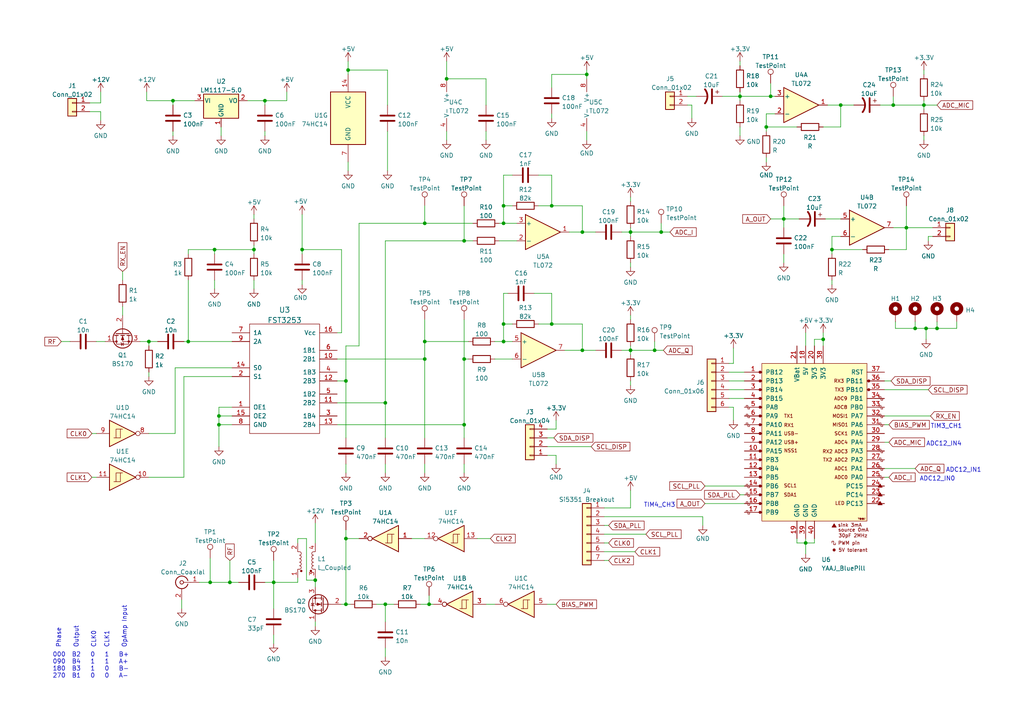
<source format=kicad_sch>
(kicad_sch (version 20211123) (generator eeschema)

  (uuid cfa9cd05-9603-46d5-b474-29a2d6124038)

  (paper "A4")

  

  (junction (at 62.23 72.39) (diameter 0) (color 0 0 0 0)
    (uuid 118788c2-d181-41ac-9cbd-c512dc3adb82)
  )
  (junction (at 60.96 168.91) (diameter 0) (color 0 0 0 0)
    (uuid 13085af3-7bd8-43b8-beef-92f1e8e982fc)
  )
  (junction (at 146.05 59.69) (diameter 0) (color 0 0 0 0)
    (uuid 13428218-0a65-44b6-b08d-cf0730c0cd0f)
  )
  (junction (at 160.02 59.69) (diameter 0) (color 0 0 0 0)
    (uuid 1901717c-1f5f-43dd-9370-d13f3aecf5bf)
  )
  (junction (at 267.97 30.48) (diameter 0) (color 0 0 0 0)
    (uuid 1a425413-4e3e-47dd-9a8f-197ab21a34f3)
  )
  (junction (at 100.965 20.32) (diameter 0) (color 0 0 0 0)
    (uuid 1f9a252b-d0e3-40a1-af05-36b545ec1908)
  )
  (junction (at 191.77 67.31) (diameter 0) (color 0 0 0 0)
    (uuid 263fcb62-8271-4cf6-8235-47231e0fcee9)
  )
  (junction (at 222.25 36.83) (diameter 0) (color 0 0 0 0)
    (uuid 2a00cc16-ff7e-4612-b94d-bb5628c69ca6)
  )
  (junction (at 168.91 67.31) (diameter 0) (color 0 0 0 0)
    (uuid 2a497385-098e-431d-a873-fcdc53acdcb7)
  )
  (junction (at 134.62 123.19) (diameter 0) (color 0 0 0 0)
    (uuid 2ac8fadc-60b4-4ef8-b7a6-ce2781e43973)
  )
  (junction (at 87.63 72.39) (diameter 0) (color 0 0 0 0)
    (uuid 2bf6097c-a364-4879-86f9-95ddd6eba2c4)
  )
  (junction (at 146.05 64.77) (diameter 0) (color 0 0 0 0)
    (uuid 30542b3e-e00f-4a3b-a705-9428f2abc665)
  )
  (junction (at 123.19 99.06) (diameter 0) (color 0 0 0 0)
    (uuid 37aae2cf-b7f4-4041-98c0-702bfb857630)
  )
  (junction (at 63.5 123.19) (diameter 0) (color 0 0 0 0)
    (uuid 389cff47-8a4c-4249-9798-55d927218d8c)
  )
  (junction (at 168.91 101.6) (diameter 0) (color 0 0 0 0)
    (uuid 39b47703-34bb-4961-a661-db8b1c6aff0e)
  )
  (junction (at 66.675 168.91) (diameter 0) (color 0 0 0 0)
    (uuid 3a8ce603-f234-4947-83d1-a5d511a0dbc3)
  )
  (junction (at 111.76 116.84) (diameter 0) (color 0 0 0 0)
    (uuid 409327bb-c6e7-4669-9720-f0f427e24ef4)
  )
  (junction (at 100.33 110.49) (diameter 0) (color 0 0 0 0)
    (uuid 4cfd7f71-31de-4d3c-88df-90d4e490fecc)
  )
  (junction (at 63.5 120.65) (diameter 0) (color 0 0 0 0)
    (uuid 4ec42e36-9928-43bb-b9e4-a857fe7d18dc)
  )
  (junction (at 76.835 29.21) (diameter 0) (color 0 0 0 0)
    (uuid 56c260b7-4d73-4292-88c5-900ead39bef7)
  )
  (junction (at 123.19 104.14) (diameter 0) (color 0 0 0 0)
    (uuid 5c201862-909f-49c3-9325-fd14eb6c446c)
  )
  (junction (at 123.19 64.77) (diameter 0) (color 0 0 0 0)
    (uuid 65a44171-499e-4571-941d-c6d5b1bf7d5a)
  )
  (junction (at 100.33 175.26) (diameter 0) (color 0 0 0 0)
    (uuid 670db3e9-6800-411e-9ec6-dbcc7f09948d)
  )
  (junction (at 182.88 67.31) (diameter 0) (color 0 0 0 0)
    (uuid 678ecd2c-3e98-47a3-8372-99c3c5ceb4ae)
  )
  (junction (at 134.62 104.14) (diameter 0) (color 0 0 0 0)
    (uuid 67bf39c9-17f2-4d19-be2f-dc791d353bbe)
  )
  (junction (at 189.865 101.6) (diameter 0) (color 0 0 0 0)
    (uuid 6bcc74c3-3a15-4ad9-a4fd-8cd8673f626a)
  )
  (junction (at 54.61 99.06) (diameter 0) (color 0 0 0 0)
    (uuid 7855d124-27ac-4435-b2ed-b83e63f20315)
  )
  (junction (at 134.62 69.85) (diameter 0) (color 0 0 0 0)
    (uuid 7a64ab9e-0885-4114-a842-8298d4c2c841)
  )
  (junction (at 262.89 66.04) (diameter 0) (color 0 0 0 0)
    (uuid 7b3d6c36-fdf2-4a1b-a49f-12ea2b707d37)
  )
  (junction (at 238.76 98.425) (diameter 0) (color 0 0 0 0)
    (uuid 7e1453ea-6f76-43a2-b97e-fed134a59d56)
  )
  (junction (at 227.33 63.5) (diameter 0) (color 0 0 0 0)
    (uuid 812c6207-9612-4c2e-9634-682e4c865c9a)
  )
  (junction (at 43.18 99.06) (diameter 0) (color 0 0 0 0)
    (uuid 887c00ae-f00c-43df-b157-8d5155c0602c)
  )
  (junction (at 223.52 27.94) (diameter 0) (color 0 0 0 0)
    (uuid 8a97eb42-2dba-4407-a7de-3843e0ac4751)
  )
  (junction (at 100.33 156.21) (diameter 0) (color 0 0 0 0)
    (uuid 911ac92f-dc8f-473f-a819-6ec44a97da57)
  )
  (junction (at 259.08 30.48) (diameter 0) (color 0 0 0 0)
    (uuid 912ffd03-dc69-4763-b145-567882d2ddb6)
  )
  (junction (at 271.78 95.25) (diameter 0) (color 0 0 0 0)
    (uuid 9cf027a8-abfc-471d-b268-17543aa5b0cc)
  )
  (junction (at 233.68 157.48) (diameter 0) (color 0 0 0 0)
    (uuid a092338a-8058-41e0-afe9-756ea88020bf)
  )
  (junction (at 129.54 22.86) (diameter 0) (color 0 0 0 0)
    (uuid a3537a34-bbf6-46a9-94ba-d3ed1793992f)
  )
  (junction (at 241.3 72.39) (diameter 0) (color 0 0 0 0)
    (uuid a4a37850-ef95-4439-8b65-c0c50d0d72df)
  )
  (junction (at 91.44 168.275) (diameter 0) (color 0 0 0 0)
    (uuid aef0e9cf-d6eb-48d5-9738-ba3a43b460c0)
  )
  (junction (at 214.63 27.94) (diameter 0) (color 0 0 0 0)
    (uuid af255be1-efc7-4fc1-92f5-1c36f1ce7842)
  )
  (junction (at 243.84 30.48) (diameter 0) (color 0 0 0 0)
    (uuid b4a54540-7c4b-4187-bb22-1dbcb05f60fa)
  )
  (junction (at 146.05 99.06) (diameter 0) (color 0 0 0 0)
    (uuid b817eaae-cb4e-4da1-8351-6bd31446a928)
  )
  (junction (at 170.18 21.59) (diameter 0) (color 0 0 0 0)
    (uuid b9459263-bd7b-449e-9e49-70e9937d6f20)
  )
  (junction (at 146.05 93.98) (diameter 0) (color 0 0 0 0)
    (uuid bbac73ef-b4f1-4a7f-97f2-f942f5c00496)
  )
  (junction (at 268.605 95.25) (diameter 0) (color 0 0 0 0)
    (uuid cb32bb7d-2d61-4482-bd9c-335d25b5ac4d)
  )
  (junction (at 79.375 168.91) (diameter 0) (color 0 0 0 0)
    (uuid cb9fda80-d696-4d63-9a03-ac7e280fc27a)
  )
  (junction (at 182.88 101.6) (diameter 0) (color 0 0 0 0)
    (uuid cf496ca2-03e4-4340-a5bc-b3e150b90320)
  )
  (junction (at 73.66 72.39) (diameter 0) (color 0 0 0 0)
    (uuid da013340-3c24-403d-8836-9f9c162ccf4f)
  )
  (junction (at 124.46 175.26) (diameter 0) (color 0 0 0 0)
    (uuid ea05b4d5-8886-488a-b60b-64651f6dd582)
  )
  (junction (at 50.165 29.21) (diameter 0) (color 0 0 0 0)
    (uuid ef5f9ace-3b99-4abe-ad15-9c7f02655b0d)
  )
  (junction (at 160.02 93.98) (diameter 0) (color 0 0 0 0)
    (uuid f68ca172-40f3-4104-9be2-9cf1abf634eb)
  )
  (junction (at 111.76 175.26) (diameter 0) (color 0 0 0 0)
    (uuid f753612d-5bfd-44a5-996d-f299114abb27)
  )
  (junction (at 265.43 95.25) (diameter 0) (color 0 0 0 0)
    (uuid fe3b078b-dc39-4a12-879c-ea48c09798c4)
  )

  (wire (pts (xy 233.68 156.21) (xy 233.68 157.48))
    (stroke (width 0) (type default) (color 0 0 0 0))
    (uuid 00883efb-1f28-4126-8694-6aa4262a575e)
  )
  (wire (pts (xy 231.14 157.48) (xy 233.68 157.48))
    (stroke (width 0) (type default) (color 0 0 0 0))
    (uuid 02642004-ad77-45f3-aa96-e973ffb27d51)
  )
  (wire (pts (xy 160.02 93.98) (xy 168.91 93.98))
    (stroke (width 0) (type default) (color 0 0 0 0))
    (uuid 030d3073-06c6-4697-8a0d-d89674643663)
  )
  (wire (pts (xy 256.54 128.27) (xy 257.81 128.27))
    (stroke (width 0) (type default) (color 0 0 0 0))
    (uuid 031e8a53-b150-47f0-a273-0fae3f703cb1)
  )
  (wire (pts (xy 170.18 21.59) (xy 170.18 22.86))
    (stroke (width 0) (type default) (color 0 0 0 0))
    (uuid 034d6760-2f2a-427b-8a3b-388d87aaa248)
  )
  (wire (pts (xy 182.88 110.49) (xy 182.88 111.76))
    (stroke (width 0) (type default) (color 0 0 0 0))
    (uuid 03b4b33c-50e4-464c-a171-dc20d1ba4d6d)
  )
  (wire (pts (xy 189.865 99.06) (xy 189.865 101.6))
    (stroke (width 0) (type default) (color 0 0 0 0))
    (uuid 061afcba-1633-4069-91dd-43d63001e1e2)
  )
  (wire (pts (xy 100.965 20.32) (xy 100.965 21.59))
    (stroke (width 0) (type default) (color 0 0 0 0))
    (uuid 0785a29b-d758-42f8-85eb-1dea6067bbee)
  )
  (wire (pts (xy 63.5 123.19) (xy 67.31 123.19))
    (stroke (width 0) (type default) (color 0 0 0 0))
    (uuid 080a3865-8d49-4d4b-8300-65bfd1b135d7)
  )
  (wire (pts (xy 175.26 152.4) (xy 176.53 152.4))
    (stroke (width 0) (type default) (color 0 0 0 0))
    (uuid 081d5f3d-bc54-45a4-a4ea-ab138c3846ec)
  )
  (wire (pts (xy 168.91 67.31) (xy 172.72 67.31))
    (stroke (width 0) (type default) (color 0 0 0 0))
    (uuid 0920a59f-fa4e-42af-856f-660052e02eee)
  )
  (wire (pts (xy 123.19 104.14) (xy 123.19 127))
    (stroke (width 0) (type default) (color 0 0 0 0))
    (uuid 0be498c7-4ccb-442c-beaf-903eb8701bb6)
  )
  (wire (pts (xy 262.89 59.69) (xy 262.89 66.04))
    (stroke (width 0) (type default) (color 0 0 0 0))
    (uuid 0c208e67-3234-4916-adc8-b44edbf31aa7)
  )
  (wire (pts (xy 175.26 162.56) (xy 176.53 162.56))
    (stroke (width 0) (type default) (color 0 0 0 0))
    (uuid 0c8811b8-1d60-4160-84d8-6724c15fb851)
  )
  (wire (pts (xy 104.14 100.33) (xy 104.14 64.77))
    (stroke (width 0) (type default) (color 0 0 0 0))
    (uuid 0c90225f-edf0-4fce-abd3-1711b58321c4)
  )
  (wire (pts (xy 168.91 59.69) (xy 168.91 67.31))
    (stroke (width 0) (type default) (color 0 0 0 0))
    (uuid 0d090514-7f7e-4315-ba8c-a77cb257e8fa)
  )
  (wire (pts (xy 62.23 72.39) (xy 54.61 72.39))
    (stroke (width 0) (type default) (color 0 0 0 0))
    (uuid 0e496933-414b-421f-bc01-639ea1e13f67)
  )
  (wire (pts (xy 243.84 36.83) (xy 243.84 30.48))
    (stroke (width 0) (type default) (color 0 0 0 0))
    (uuid 111de3b4-b4e0-4edf-810b-546f00273dcb)
  )
  (wire (pts (xy 143.51 99.06) (xy 146.05 99.06))
    (stroke (width 0) (type default) (color 0 0 0 0))
    (uuid 1315a29d-ba3f-4aad-ad43-c327a3983a80)
  )
  (wire (pts (xy 160.02 50.8) (xy 160.02 59.69))
    (stroke (width 0) (type default) (color 0 0 0 0))
    (uuid 1332def0-2afb-4804-8362-0cf130152449)
  )
  (wire (pts (xy 241.3 68.58) (xy 243.84 68.58))
    (stroke (width 0) (type default) (color 0 0 0 0))
    (uuid 1388d00f-7ea6-41c8-9488-b83abfb3c346)
  )
  (wire (pts (xy 267.97 20.32) (xy 267.97 21.59))
    (stroke (width 0) (type default) (color 0 0 0 0))
    (uuid 14ae7189-5bac-4a1d-8a55-5036fcbe6284)
  )
  (wire (pts (xy 158.75 127) (xy 160.655 127))
    (stroke (width 0) (type default) (color 0 0 0 0))
    (uuid 152ae621-91d6-4ccb-9224-8d9a125f1b39)
  )
  (wire (pts (xy 87.63 81.28) (xy 87.63 82.55))
    (stroke (width 0) (type default) (color 0 0 0 0))
    (uuid 1564454a-82be-43c2-a2e9-e03e291a1c1d)
  )
  (wire (pts (xy 111.76 175.26) (xy 114.3 175.26))
    (stroke (width 0) (type default) (color 0 0 0 0))
    (uuid 198732bd-6351-468a-b085-e27e1ff28ceb)
  )
  (wire (pts (xy 269.24 68.58) (xy 270.51 68.58))
    (stroke (width 0) (type default) (color 0 0 0 0))
    (uuid 19eda56c-3fdf-426f-9e5d-00eac448b8f4)
  )
  (wire (pts (xy 26.67 138.43) (xy 27.94 138.43))
    (stroke (width 0) (type default) (color 0 0 0 0))
    (uuid 1a23bc91-02c7-4670-adfb-445ac4d3831a)
  )
  (wire (pts (xy 182.88 67.31) (xy 182.88 68.58))
    (stroke (width 0) (type default) (color 0 0 0 0))
    (uuid 1a860ecd-6133-4578-b98b-5078a51b899d)
  )
  (wire (pts (xy 129.54 17.78) (xy 129.54 22.86))
    (stroke (width 0) (type default) (color 0 0 0 0))
    (uuid 1aba2b23-cd71-4dbb-9ef1-2efa93d11392)
  )
  (wire (pts (xy 146.05 64.77) (xy 149.86 64.77))
    (stroke (width 0) (type default) (color 0 0 0 0))
    (uuid 1af82a59-023b-4f29-a924-2e8805e4948a)
  )
  (wire (pts (xy 91.44 168.275) (xy 91.44 170.18))
    (stroke (width 0) (type default) (color 0 0 0 0))
    (uuid 1b19fc82-5eba-4063-822f-6ad441a3ff7e)
  )
  (wire (pts (xy 43.18 99.06) (xy 45.72 99.06))
    (stroke (width 0) (type default) (color 0 0 0 0))
    (uuid 1bd587cf-e458-4600-be8f-44f16734b75b)
  )
  (wire (pts (xy 63.5 123.19) (xy 63.5 129.54))
    (stroke (width 0) (type default) (color 0 0 0 0))
    (uuid 1c6caab3-34fc-4c77-8b73-15f9258c301b)
  )
  (wire (pts (xy 76.835 38.1) (xy 76.835 39.37))
    (stroke (width 0) (type default) (color 0 0 0 0))
    (uuid 1d0e3a1b-2be7-4e15-a2ed-ccd34314efef)
  )
  (wire (pts (xy 158.75 132.08) (xy 161.29 132.08))
    (stroke (width 0) (type default) (color 0 0 0 0))
    (uuid 1df113eb-9e7e-41cd-b905-5c38b47ae42b)
  )
  (wire (pts (xy 175.26 154.94) (xy 187.325 154.94))
    (stroke (width 0) (type default) (color 0 0 0 0))
    (uuid 1f817b63-9a8c-4654-80a1-e27eacdec1e7)
  )
  (wire (pts (xy 191.77 67.31) (xy 194.31 67.31))
    (stroke (width 0) (type default) (color 0 0 0 0))
    (uuid 2196e22c-6af2-4f8b-80cd-01a3001bee82)
  )
  (wire (pts (xy 211.455 118.11) (xy 212.725 118.11))
    (stroke (width 0) (type default) (color 0 0 0 0))
    (uuid 22957b5a-c95e-4b11-9b31-467b1827f7d3)
  )
  (wire (pts (xy 100.33 110.49) (xy 100.33 127))
    (stroke (width 0) (type default) (color 0 0 0 0))
    (uuid 22b3a380-3fcd-4e63-8616-8b6155103a01)
  )
  (wire (pts (xy 137.16 69.85) (xy 134.62 69.85))
    (stroke (width 0) (type default) (color 0 0 0 0))
    (uuid 22c0f2e4-2a60-4f98-a0e8-0cad5fa85ce1)
  )
  (wire (pts (xy 257.81 123.19) (xy 256.54 123.19))
    (stroke (width 0) (type default) (color 0 0 0 0))
    (uuid 232d142e-3436-45d2-93af-f4b1747c9b20)
  )
  (wire (pts (xy 140.97 38.1) (xy 140.97 40.64))
    (stroke (width 0) (type default) (color 0 0 0 0))
    (uuid 23baacfe-15cd-4201-9618-c1c2030f5bdd)
  )
  (wire (pts (xy 227.33 66.04) (xy 227.33 63.5))
    (stroke (width 0) (type default) (color 0 0 0 0))
    (uuid 24118d5c-3154-4d1a-943d-404403269584)
  )
  (wire (pts (xy 214.63 36.83) (xy 214.63 39.37))
    (stroke (width 0) (type default) (color 0 0 0 0))
    (uuid 24532b75-da97-4577-989c-b5f21ce3b6eb)
  )
  (wire (pts (xy 99.06 72.39) (xy 87.63 72.39))
    (stroke (width 0) (type default) (color 0 0 0 0))
    (uuid 2658638a-631a-4603-b4bb-a07a7eead328)
  )
  (wire (pts (xy 143.51 104.14) (xy 148.59 104.14))
    (stroke (width 0) (type default) (color 0 0 0 0))
    (uuid 26aefdf7-a375-4ec6-8f9e-0d921b08475e)
  )
  (wire (pts (xy 238.76 96.52) (xy 238.76 98.425))
    (stroke (width 0) (type default) (color 0 0 0 0))
    (uuid 27771ad2-468c-4146-8e60-bdf49e77a5f1)
  )
  (wire (pts (xy 269.24 113.03) (xy 256.54 113.03))
    (stroke (width 0) (type default) (color 0 0 0 0))
    (uuid 27a0f816-9c3e-434b-8e07-04f87ddcffe0)
  )
  (wire (pts (xy 91.44 167.64) (xy 91.44 168.275))
    (stroke (width 0) (type default) (color 0 0 0 0))
    (uuid 27afb6b1-a979-4106-8a0e-3093c33c91cd)
  )
  (wire (pts (xy 112.395 20.32) (xy 112.395 30.48))
    (stroke (width 0) (type default) (color 0 0 0 0))
    (uuid 2a4058f9-10d3-456f-abbe-c1e261822a2f)
  )
  (wire (pts (xy 175.26 149.86) (xy 203.835 149.86))
    (stroke (width 0) (type default) (color 0 0 0 0))
    (uuid 2a99848c-d5de-4d4a-bc86-d7f2f3fcb70d)
  )
  (wire (pts (xy 63.5 118.11) (xy 63.5 120.65))
    (stroke (width 0) (type default) (color 0 0 0 0))
    (uuid 2cc2e233-4306-48be-b0c4-6ddb248cc31e)
  )
  (wire (pts (xy 239.395 63.5) (xy 243.84 63.5))
    (stroke (width 0) (type default) (color 0 0 0 0))
    (uuid 2d356308-aeaf-4f93-b73d-3abce19b3946)
  )
  (wire (pts (xy 241.3 73.66) (xy 241.3 72.39))
    (stroke (width 0) (type default) (color 0 0 0 0))
    (uuid 2dccf0e2-3941-40bd-b5c7-5eb69532c043)
  )
  (wire (pts (xy 200.66 30.48) (xy 200.66 34.29))
    (stroke (width 0) (type default) (color 0 0 0 0))
    (uuid 2e075f01-bc79-4b6b-b861-f295984720ec)
  )
  (wire (pts (xy 262.89 66.04) (xy 270.51 66.04))
    (stroke (width 0) (type default) (color 0 0 0 0))
    (uuid 3147d321-eaae-4b1b-a937-493c272ee75d)
  )
  (wire (pts (xy 241.3 72.39) (xy 241.3 68.58))
    (stroke (width 0) (type default) (color 0 0 0 0))
    (uuid 329256cf-77d3-449d-8e34-032c8402af2d)
  )
  (wire (pts (xy 236.22 157.48) (xy 236.22 156.21))
    (stroke (width 0) (type default) (color 0 0 0 0))
    (uuid 33d45c02-7e6c-474e-960d-0b0b839e654a)
  )
  (wire (pts (xy 211.455 105.41) (xy 212.725 105.41))
    (stroke (width 0) (type default) (color 0 0 0 0))
    (uuid 35d08951-e8ac-4640-973c-db3ffa583923)
  )
  (wire (pts (xy 170.18 21.59) (xy 160.02 21.59))
    (stroke (width 0) (type default) (color 0 0 0 0))
    (uuid 36059a97-5c8d-4c56-8b92-f3604f10c69e)
  )
  (wire (pts (xy 199.39 30.48) (xy 200.66 30.48))
    (stroke (width 0) (type default) (color 0 0 0 0))
    (uuid 365c81b2-4e46-4c3a-9ef6-48f32b2ac524)
  )
  (wire (pts (xy 182.88 66.04) (xy 182.88 67.31))
    (stroke (width 0) (type default) (color 0 0 0 0))
    (uuid 37265181-b1e1-4d9e-9c3f-8c88143927e0)
  )
  (wire (pts (xy 233.68 157.48) (xy 236.22 157.48))
    (stroke (width 0) (type default) (color 0 0 0 0))
    (uuid 38c49fe9-688e-4c07-818d-1711b33af5ad)
  )
  (wire (pts (xy 257.81 72.39) (xy 262.89 72.39))
    (stroke (width 0) (type default) (color 0 0 0 0))
    (uuid 3acf52d6-5099-46c4-99b9-28e5f3ee620a)
  )
  (wire (pts (xy 100.33 175.26) (xy 100.33 156.21))
    (stroke (width 0) (type default) (color 0 0 0 0))
    (uuid 3b699dc5-e15d-4ea1-9daa-6ff243fd9249)
  )
  (wire (pts (xy 156.21 50.8) (xy 160.02 50.8))
    (stroke (width 0) (type default) (color 0 0 0 0))
    (uuid 3bb798dd-ebec-4b98-95a8-9f929e29e646)
  )
  (wire (pts (xy 87.63 62.23) (xy 87.63 72.39))
    (stroke (width 0) (type default) (color 0 0 0 0))
    (uuid 3bc6825c-d3da-4713-8b5c-b9003944cd69)
  )
  (wire (pts (xy 100.33 110.49) (xy 100.33 100.33))
    (stroke (width 0) (type default) (color 0 0 0 0))
    (uuid 3c10cfb1-7f13-4fa3-b032-35d9a324ab39)
  )
  (wire (pts (xy 111.76 175.26) (xy 111.76 180.34))
    (stroke (width 0) (type default) (color 0 0 0 0))
    (uuid 3c73e90e-5e55-4c04-809a-a9831737461c)
  )
  (wire (pts (xy 27.94 99.06) (xy 30.48 99.06))
    (stroke (width 0) (type default) (color 0 0 0 0))
    (uuid 3e3644b2-8b88-4f29-82ab-532b3b280a0e)
  )
  (wire (pts (xy 134.62 59.69) (xy 134.62 69.85))
    (stroke (width 0) (type default) (color 0 0 0 0))
    (uuid 3e719cfe-0485-4421-a326-0892954f24e1)
  )
  (wire (pts (xy 227.33 59.69) (xy 227.33 63.5))
    (stroke (width 0) (type default) (color 0 0 0 0))
    (uuid 3f54401f-6ccd-43e9-8f62-64d3df4493c7)
  )
  (wire (pts (xy 146.05 93.98) (xy 146.05 85.09))
    (stroke (width 0) (type default) (color 0 0 0 0))
    (uuid 3fc3f042-ca5b-40bb-92d5-3e9bc18897d6)
  )
  (wire (pts (xy 29.21 32.385) (xy 29.21 34.925))
    (stroke (width 0) (type default) (color 0 0 0 0))
    (uuid 3fd18252-69cd-4f8f-963e-e39063f42481)
  )
  (wire (pts (xy 259.715 95.25) (xy 265.43 95.25))
    (stroke (width 0) (type default) (color 0 0 0 0))
    (uuid 403d9de4-3624-4dc3-98af-5bca7da7b640)
  )
  (wire (pts (xy 146.05 99.06) (xy 146.05 93.98))
    (stroke (width 0) (type default) (color 0 0 0 0))
    (uuid 42aa27a3-7176-448f-bab8-7e8da54316fb)
  )
  (wire (pts (xy 214.63 27.94) (xy 214.63 29.21))
    (stroke (width 0) (type default) (color 0 0 0 0))
    (uuid 471bc546-f77f-404d-a459-2865468640e1)
  )
  (wire (pts (xy 123.19 92.71) (xy 123.19 99.06))
    (stroke (width 0) (type default) (color 0 0 0 0))
    (uuid 480113c8-df1d-419c-b768-1c3e86642f6a)
  )
  (wire (pts (xy 123.19 64.77) (xy 137.16 64.77))
    (stroke (width 0) (type default) (color 0 0 0 0))
    (uuid 494e33d7-1484-45fd-b437-e235ffed881a)
  )
  (wire (pts (xy 62.23 72.39) (xy 62.23 73.66))
    (stroke (width 0) (type default) (color 0 0 0 0))
    (uuid 498ce1e8-3943-4853-9d8c-2d5f8b020b76)
  )
  (wire (pts (xy 63.5 120.65) (xy 67.31 120.65))
    (stroke (width 0) (type default) (color 0 0 0 0))
    (uuid 4be32149-8a08-44e3-a420-362a5fb9044f)
  )
  (wire (pts (xy 111.76 69.85) (xy 134.62 69.85))
    (stroke (width 0) (type default) (color 0 0 0 0))
    (uuid 4c7d33ae-960e-4391-9051-8f1d3b6ecfe5)
  )
  (wire (pts (xy 168.91 101.6) (xy 168.91 93.98))
    (stroke (width 0) (type default) (color 0 0 0 0))
    (uuid 4d671920-902d-4722-bfeb-1daebcab921d)
  )
  (wire (pts (xy 231.14 156.21) (xy 231.14 157.48))
    (stroke (width 0) (type default) (color 0 0 0 0))
    (uuid 5079de0c-abd9-49f1-82eb-274061ca849a)
  )
  (wire (pts (xy 119.38 156.21) (xy 123.19 156.21))
    (stroke (width 0) (type default) (color 0 0 0 0))
    (uuid 507b9ba0-9d00-4724-a470-9c8a3aee35e8)
  )
  (wire (pts (xy 267.97 39.37) (xy 267.97 40.64))
    (stroke (width 0) (type default) (color 0 0 0 0))
    (uuid 54419245-aec2-4246-987f-d6fa8fcff994)
  )
  (wire (pts (xy 256.54 120.65) (xy 269.875 120.65))
    (stroke (width 0) (type default) (color 0 0 0 0))
    (uuid 551cbfb0-1e1d-4004-a582-b99cb636b635)
  )
  (wire (pts (xy 158.75 175.26) (xy 161.29 175.26))
    (stroke (width 0) (type default) (color 0 0 0 0))
    (uuid 56023c5b-a884-4739-a4f1-f56bccc1b687)
  )
  (wire (pts (xy 160.02 21.59) (xy 160.02 25.4))
    (stroke (width 0) (type default) (color 0 0 0 0))
    (uuid 58086011-c9dd-4c6c-b721-a3c18d79ee7a)
  )
  (wire (pts (xy 269.24 69.85) (xy 269.24 68.58))
    (stroke (width 0) (type default) (color 0 0 0 0))
    (uuid 581f669a-ca98-42b6-bc63-33d325982f41)
  )
  (wire (pts (xy 211.455 107.95) (xy 215.9 107.95))
    (stroke (width 0) (type default) (color 0 0 0 0))
    (uuid 59068bb2-39ff-4349-b36e-33b398659c42)
  )
  (wire (pts (xy 124.46 175.26) (xy 125.73 175.26))
    (stroke (width 0) (type default) (color 0 0 0 0))
    (uuid 5a5a2fd3-2b09-4a04-be8e-aefb0bd5932c)
  )
  (wire (pts (xy 86.36 167.64) (xy 86.36 168.91))
    (stroke (width 0) (type default) (color 0 0 0 0))
    (uuid 5b2e9ca3-0a74-4703-bf31-5d413ab0538f)
  )
  (wire (pts (xy 88.9 168.275) (xy 88.9 156.21))
    (stroke (width 0) (type default) (color 0 0 0 0))
    (uuid 5b40cb15-ee96-486c-b531-842d2aa53199)
  )
  (wire (pts (xy 144.78 69.85) (xy 149.86 69.85))
    (stroke (width 0) (type default) (color 0 0 0 0))
    (uuid 5b88e83b-dc2c-4b8a-84d9-64f49cdc2190)
  )
  (wire (pts (xy 123.19 99.06) (xy 135.89 99.06))
    (stroke (width 0) (type default) (color 0 0 0 0))
    (uuid 5c6e7cbb-3b61-4da8-bccc-5641c7bbcf58)
  )
  (wire (pts (xy 138.43 156.21) (xy 142.24 156.21))
    (stroke (width 0) (type default) (color 0 0 0 0))
    (uuid 5dc036d4-f7d9-41f7-99a5-5624aeb207d7)
  )
  (wire (pts (xy 204.47 140.97) (xy 215.9 140.97))
    (stroke (width 0) (type default) (color 0 0 0 0))
    (uuid 5e52a5db-5e7a-4a68-b32e-c190fc989e7a)
  )
  (wire (pts (xy 277.495 95.25) (xy 277.495 93.345))
    (stroke (width 0) (type default) (color 0 0 0 0))
    (uuid 5edd79b7-d6ab-4d6e-9f03-fb2757f3b8fc)
  )
  (wire (pts (xy 175.26 160.02) (xy 184.15 160.02))
    (stroke (width 0) (type default) (color 0 0 0 0))
    (uuid 5ede96bd-4e2c-4319-a2f7-e1e8ffb0556c)
  )
  (wire (pts (xy 211.455 113.03) (xy 215.9 113.03))
    (stroke (width 0) (type default) (color 0 0 0 0))
    (uuid 5eec1020-25f5-4919-91ba-2dcc1212fc0e)
  )
  (wire (pts (xy 170.18 38.1) (xy 170.18 40.64))
    (stroke (width 0) (type default) (color 0 0 0 0))
    (uuid 5fa26e31-5010-4528-87c7-047a887ada1c)
  )
  (wire (pts (xy 161.29 121.92) (xy 161.29 124.46))
    (stroke (width 0) (type default) (color 0 0 0 0))
    (uuid 602f60be-4e0b-464c-a51e-723d94cbc3f2)
  )
  (wire (pts (xy 53.34 109.22) (xy 67.31 109.22))
    (stroke (width 0) (type default) (color 0 0 0 0))
    (uuid 6075b087-5cbf-4c6d-82bb-6e04e619fe4e)
  )
  (wire (pts (xy 91.44 151.765) (xy 91.44 157.48))
    (stroke (width 0) (type default) (color 0 0 0 0))
    (uuid 60a00c03-5a23-44e1-a481-a8c5e905cf52)
  )
  (wire (pts (xy 88.9 156.21) (xy 86.36 156.21))
    (stroke (width 0) (type default) (color 0 0 0 0))
    (uuid 60d376e8-ceab-40b8-9b75-630be4ad4c25)
  )
  (wire (pts (xy 100.33 100.33) (xy 104.14 100.33))
    (stroke (width 0) (type default) (color 0 0 0 0))
    (uuid 61b8aeb3-a6c2-4b71-a725-03f30d0717ca)
  )
  (wire (pts (xy 50.8 125.73) (xy 50.8 106.68))
    (stroke (width 0) (type default) (color 0 0 0 0))
    (uuid 62a3281d-5f63-4182-b7be-844c9941cff4)
  )
  (wire (pts (xy 134.62 123.19) (xy 134.62 127))
    (stroke (width 0) (type default) (color 0 0 0 0))
    (uuid 63386d13-b566-4456-ad2b-2ea886e46e6b)
  )
  (wire (pts (xy 52.705 173.99) (xy 52.705 176.53))
    (stroke (width 0) (type default) (color 0 0 0 0))
    (uuid 641054c4-eb18-4b48-b702-e8140e986622)
  )
  (wire (pts (xy 50.165 29.21) (xy 50.165 30.48))
    (stroke (width 0) (type default) (color 0 0 0 0))
    (uuid 66379e2d-0b51-4081-99b4-c340ee87d821)
  )
  (wire (pts (xy 97.79 96.52) (xy 99.06 96.52))
    (stroke (width 0) (type default) (color 0 0 0 0))
    (uuid 673c5da1-7e9c-477a-925d-2332d9226bd7)
  )
  (wire (pts (xy 182.88 142.24) (xy 182.88 147.32))
    (stroke (width 0) (type default) (color 0 0 0 0))
    (uuid 6771fcf3-c962-4b8e-8481-8ef42b3a078a)
  )
  (wire (pts (xy 53.34 138.43) (xy 43.18 138.43))
    (stroke (width 0) (type default) (color 0 0 0 0))
    (uuid 69be128b-bcba-405b-a019-280e344ed222)
  )
  (wire (pts (xy 227.33 73.66) (xy 227.33 76.2))
    (stroke (width 0) (type default) (color 0 0 0 0))
    (uuid 6ab8a896-0ded-4e22-a6c6-41a433df98bb)
  )
  (wire (pts (xy 140.97 175.26) (xy 143.51 175.26))
    (stroke (width 0) (type default) (color 0 0 0 0))
    (uuid 6afa735e-e6b2-4795-8173-da1292be36d7)
  )
  (wire (pts (xy 86.36 168.91) (xy 79.375 168.91))
    (stroke (width 0) (type default) (color 0 0 0 0))
    (uuid 6b53fda5-d070-4a02-aad5-e9342e42f58f)
  )
  (wire (pts (xy 111.76 134.62) (xy 111.76 137.16))
    (stroke (width 0) (type default) (color 0 0 0 0))
    (uuid 6bea2805-04f9-4398-b42b-3d86704b2762)
  )
  (wire (pts (xy 54.61 81.28) (xy 54.61 99.06))
    (stroke (width 0) (type default) (color 0 0 0 0))
    (uuid 6bf87724-5152-4e74-b3bb-d4ecba1eb536)
  )
  (wire (pts (xy 66.675 168.91) (xy 69.215 168.91))
    (stroke (width 0) (type default) (color 0 0 0 0))
    (uuid 6c21e4db-18d0-48b4-a082-7d3b40300379)
  )
  (wire (pts (xy 259.08 27.94) (xy 259.08 30.48))
    (stroke (width 0) (type default) (color 0 0 0 0))
    (uuid 6cef4895-fb98-4532-aa9a-f334b140cb36)
  )
  (wire (pts (xy 71.755 29.21) (xy 76.835 29.21))
    (stroke (width 0) (type default) (color 0 0 0 0))
    (uuid 6d260756-031d-43b6-9c8b-41c36f839e01)
  )
  (wire (pts (xy 271.78 93.345) (xy 271.78 95.25))
    (stroke (width 0) (type default) (color 0 0 0 0))
    (uuid 6d396e0f-b7db-467a-acd7-55694e69ccc4)
  )
  (wire (pts (xy 223.52 63.5) (xy 227.33 63.5))
    (stroke (width 0) (type default) (color 0 0 0 0))
    (uuid 6e0686f5-021c-4177-980c-a78a6dbd8e17)
  )
  (wire (pts (xy 111.76 187.96) (xy 111.76 190.5))
    (stroke (width 0) (type default) (color 0 0 0 0))
    (uuid 72cb77f0-b00f-4a09-979e-49d156b50ab0)
  )
  (wire (pts (xy 97.79 116.84) (xy 111.76 116.84))
    (stroke (width 0) (type default) (color 0 0 0 0))
    (uuid 72ee57b5-729b-4a3a-8448-363ab643f065)
  )
  (wire (pts (xy 182.88 101.6) (xy 189.865 101.6))
    (stroke (width 0) (type default) (color 0 0 0 0))
    (uuid 7453cafb-5ee6-4b99-84ff-da0b5508e70d)
  )
  (wire (pts (xy 86.36 156.21) (xy 86.36 157.48))
    (stroke (width 0) (type default) (color 0 0 0 0))
    (uuid 76a25e49-56a5-413a-a1aa-14e938805c5d)
  )
  (wire (pts (xy 50.165 29.21) (xy 56.515 29.21))
    (stroke (width 0) (type default) (color 0 0 0 0))
    (uuid 780c2ea4-5f4d-4b33-aa88-12cbc877845b)
  )
  (wire (pts (xy 222.25 38.1) (xy 222.25 36.83))
    (stroke (width 0) (type default) (color 0 0 0 0))
    (uuid 7814ba36-8511-44f2-9684-71bb36db84c1)
  )
  (wire (pts (xy 182.88 67.31) (xy 191.77 67.31))
    (stroke (width 0) (type default) (color 0 0 0 0))
    (uuid 7b581787-3059-44be-8c1b-ae838c154f65)
  )
  (wire (pts (xy 66.675 162.56) (xy 66.675 168.91))
    (stroke (width 0) (type default) (color 0 0 0 0))
    (uuid 7b98a2bf-ac8a-415f-b228-b3f4e4c3cc51)
  )
  (wire (pts (xy 262.89 72.39) (xy 262.89 66.04))
    (stroke (width 0) (type default) (color 0 0 0 0))
    (uuid 7c9a06f3-0176-402e-ac02-27f761108439)
  )
  (wire (pts (xy 134.62 134.62) (xy 134.62 137.16))
    (stroke (width 0) (type default) (color 0 0 0 0))
    (uuid 7de1515b-c591-443e-aa98-802597058555)
  )
  (wire (pts (xy 158.75 124.46) (xy 161.29 124.46))
    (stroke (width 0) (type default) (color 0 0 0 0))
    (uuid 805b47dd-7f8d-4c6c-950b-54737a79118e)
  )
  (wire (pts (xy 189.865 101.6) (xy 192.405 101.6))
    (stroke (width 0) (type default) (color 0 0 0 0))
    (uuid 80c7369d-6c1b-41bd-a7f0-37faa41d1f2c)
  )
  (wire (pts (xy 134.62 92.71) (xy 134.62 104.14))
    (stroke (width 0) (type default) (color 0 0 0 0))
    (uuid 81aa464d-2152-4362-8abd-1481d15bc809)
  )
  (wire (pts (xy 112.395 20.32) (xy 100.965 20.32))
    (stroke (width 0) (type default) (color 0 0 0 0))
    (uuid 8217cb70-9017-4920-8a6f-7b6c1b2d14c2)
  )
  (wire (pts (xy 60.96 161.925) (xy 60.96 168.91))
    (stroke (width 0) (type default) (color 0 0 0 0))
    (uuid 8424a674-d6a8-4c0a-9ab1-c65184ba54cc)
  )
  (wire (pts (xy 146.05 59.69) (xy 146.05 50.8))
    (stroke (width 0) (type default) (color 0 0 0 0))
    (uuid 84fe7646-bb3d-45a9-ae96-164591bb4772)
  )
  (wire (pts (xy 50.8 106.68) (xy 67.31 106.68))
    (stroke (width 0) (type default) (color 0 0 0 0))
    (uuid 877fcef9-cca7-48b0-9efe-cbe8c3b8f647)
  )
  (wire (pts (xy 238.76 36.83) (xy 243.84 36.83))
    (stroke (width 0) (type default) (color 0 0 0 0))
    (uuid 8977446e-c252-4412-b48b-46c8cc4c6f10)
  )
  (wire (pts (xy 223.52 27.94) (xy 224.79 27.94))
    (stroke (width 0) (type default) (color 0 0 0 0))
    (uuid 8a2e71a9-c1bf-40c0-9415-bf00169308ae)
  )
  (wire (pts (xy 50.165 38.1) (xy 50.165 39.37))
    (stroke (width 0) (type default) (color 0 0 0 0))
    (uuid 8ae920cf-0ab4-4233-b7e9-fe2e167bdfb1)
  )
  (wire (pts (xy 243.84 30.48) (xy 240.03 30.48))
    (stroke (width 0) (type default) (color 0 0 0 0))
    (uuid 8b6cfccb-4ad3-464a-88f6-75b74dc8bf6d)
  )
  (wire (pts (xy 17.78 99.06) (xy 20.32 99.06))
    (stroke (width 0) (type default) (color 0 0 0 0))
    (uuid 8bb79127-90e3-4672-8b7f-38b4ca60faeb)
  )
  (wire (pts (xy 42.545 29.21) (xy 50.165 29.21))
    (stroke (width 0) (type default) (color 0 0 0 0))
    (uuid 8ca4dc3b-7333-4a80-8ec2-6f748e50076e)
  )
  (wire (pts (xy 182.88 100.33) (xy 182.88 101.6))
    (stroke (width 0) (type default) (color 0 0 0 0))
    (uuid 8cd7ca1c-cb8d-47c9-a06b-9bd8d4179fd3)
  )
  (wire (pts (xy 191.77 64.77) (xy 191.77 67.31))
    (stroke (width 0) (type default) (color 0 0 0 0))
    (uuid 8cf19575-a0a4-4ceb-bc71-630eb2853e19)
  )
  (wire (pts (xy 146.05 64.77) (xy 146.05 59.69))
    (stroke (width 0) (type default) (color 0 0 0 0))
    (uuid 8dc44ab4-ab38-4f63-88c7-77a157a44e7f)
  )
  (wire (pts (xy 134.62 104.14) (xy 135.89 104.14))
    (stroke (width 0) (type default) (color 0 0 0 0))
    (uuid 8dcca965-9308-4dbf-a031-0fe69404708d)
  )
  (wire (pts (xy 222.25 36.83) (xy 231.14 36.83))
    (stroke (width 0) (type default) (color 0 0 0 0))
    (uuid 8e31b054-6cfd-4eed-ac34-7665b1b6d98c)
  )
  (wire (pts (xy 182.88 91.44) (xy 182.88 92.71))
    (stroke (width 0) (type default) (color 0 0 0 0))
    (uuid 8f0e556e-6e65-41cc-b2c3-d10f1bc2faa8)
  )
  (wire (pts (xy 57.785 168.91) (xy 60.96 168.91))
    (stroke (width 0) (type default) (color 0 0 0 0))
    (uuid 8f1307dd-f394-4789-9724-5d4dac68dc44)
  )
  (wire (pts (xy 204.47 146.05) (xy 215.9 146.05))
    (stroke (width 0) (type default) (color 0 0 0 0))
    (uuid 8f74ecb0-2c4a-429c-9de9-ea394585d039)
  )
  (wire (pts (xy 29.21 26.67) (xy 29.21 29.845))
    (stroke (width 0) (type default) (color 0 0 0 0))
    (uuid 8fa270d7-98ba-46c4-8fc6-b23d7717eb50)
  )
  (wire (pts (xy 212.725 100.965) (xy 212.725 105.41))
    (stroke (width 0) (type default) (color 0 0 0 0))
    (uuid 90530e2a-e635-4219-9f0f-f3073314acd7)
  )
  (wire (pts (xy 258.445 110.49) (xy 256.54 110.49))
    (stroke (width 0) (type default) (color 0 0 0 0))
    (uuid 9254169a-eab4-43d9-a7f8-ca22f5c9a231)
  )
  (wire (pts (xy 267.97 29.21) (xy 267.97 30.48))
    (stroke (width 0) (type default) (color 0 0 0 0))
    (uuid 936b1333-9e73-448c-8528-db055b8b7ab5)
  )
  (wire (pts (xy 144.78 64.77) (xy 146.05 64.77))
    (stroke (width 0) (type default) (color 0 0 0 0))
    (uuid 95b48fa4-4208-40da-8975-4b60ab1b4806)
  )
  (wire (pts (xy 100.33 153.67) (xy 100.33 156.21))
    (stroke (width 0) (type default) (color 0 0 0 0))
    (uuid 96a4ff40-b855-480c-8d5e-6a728cba500c)
  )
  (wire (pts (xy 236.22 98.425) (xy 236.22 100.33))
    (stroke (width 0) (type default) (color 0 0 0 0))
    (uuid 97acfd4d-7606-47ab-92b1-ac3aef8eabf4)
  )
  (wire (pts (xy 227.33 63.5) (xy 231.775 63.5))
    (stroke (width 0) (type default) (color 0 0 0 0))
    (uuid 98f26c01-4f2d-4a30-bba6-e82d55b36c29)
  )
  (wire (pts (xy 222.25 33.02) (xy 224.79 33.02))
    (stroke (width 0) (type default) (color 0 0 0 0))
    (uuid 9a0dd28d-d61b-4bfb-8604-b67d9bd0246d)
  )
  (wire (pts (xy 160.02 59.69) (xy 168.91 59.69))
    (stroke (width 0) (type default) (color 0 0 0 0))
    (uuid 9a9d67dd-4cee-4430-9131-723a983d6fca)
  )
  (wire (pts (xy 158.75 129.54) (xy 171.45 129.54))
    (stroke (width 0) (type default) (color 0 0 0 0))
    (uuid 9be641fc-26fa-403d-a9ec-a2be4b21d810)
  )
  (wire (pts (xy 140.97 22.86) (xy 140.97 30.48))
    (stroke (width 0) (type default) (color 0 0 0 0))
    (uuid 9dd7ee15-b733-498e-88cc-66d0c63df334)
  )
  (wire (pts (xy 265.43 95.25) (xy 268.605 95.25))
    (stroke (width 0) (type default) (color 0 0 0 0))
    (uuid 9e94bcd1-748c-452e-8568-d5b138612eb4)
  )
  (wire (pts (xy 124.46 172.72) (xy 124.46 175.26))
    (stroke (width 0) (type default) (color 0 0 0 0))
    (uuid 9f21ab2b-de41-489e-a1b0-f1de7b88ddc8)
  )
  (wire (pts (xy 83.185 26.67) (xy 83.185 29.21))
    (stroke (width 0) (type default) (color 0 0 0 0))
    (uuid 9fcf4c6e-9bca-4536-aeb1-aed560f8bcbc)
  )
  (wire (pts (xy 182.88 101.6) (xy 182.88 102.87))
    (stroke (width 0) (type default) (color 0 0 0 0))
    (uuid a02e3915-4b68-471b-9962-3491085575fc)
  )
  (wire (pts (xy 123.19 134.62) (xy 123.19 137.16))
    (stroke (width 0) (type default) (color 0 0 0 0))
    (uuid a09aba18-c07c-44fb-9421-045de9d29328)
  )
  (wire (pts (xy 160.02 93.98) (xy 160.02 85.09))
    (stroke (width 0) (type default) (color 0 0 0 0))
    (uuid a0db5c8e-92cf-4631-a58e-df422f751547)
  )
  (wire (pts (xy 134.62 123.19) (xy 134.62 104.14))
    (stroke (width 0) (type default) (color 0 0 0 0))
    (uuid a1036415-a990-4864-8e13-a52135e389ec)
  )
  (wire (pts (xy 236.22 98.425) (xy 238.76 98.425))
    (stroke (width 0) (type default) (color 0 0 0 0))
    (uuid a2d50350-391f-49f6-bf37-77a56f19f531)
  )
  (wire (pts (xy 233.68 157.48) (xy 233.68 160.655))
    (stroke (width 0) (type default) (color 0 0 0 0))
    (uuid a311f64a-eab4-4c52-a5df-5d4acab6fcd2)
  )
  (wire (pts (xy 209.55 27.94) (xy 214.63 27.94))
    (stroke (width 0) (type default) (color 0 0 0 0))
    (uuid a31eee0e-4cbe-43a5-86df-15b5764f341f)
  )
  (wire (pts (xy 100.33 175.26) (xy 101.6 175.26))
    (stroke (width 0) (type default) (color 0 0 0 0))
    (uuid a38bd947-3319-45bb-b6ee-6c9510452b28)
  )
  (wire (pts (xy 268.605 95.25) (xy 268.605 98.425))
    (stroke (width 0) (type default) (color 0 0 0 0))
    (uuid a38d240c-e885-4dd5-adc9-ac0c5f5567d4)
  )
  (wire (pts (xy 168.91 101.6) (xy 172.72 101.6))
    (stroke (width 0) (type default) (color 0 0 0 0))
    (uuid a62661e9-53c9-40d6-96ed-f7b00ea7a8e2)
  )
  (wire (pts (xy 163.83 101.6) (xy 168.91 101.6))
    (stroke (width 0) (type default) (color 0 0 0 0))
    (uuid a771fa70-56f5-42e3-b216-a9bf693c3be2)
  )
  (wire (pts (xy 199.39 27.94) (xy 201.93 27.94))
    (stroke (width 0) (type default) (color 0 0 0 0))
    (uuid a920d400-bed2-4977-b7bb-773756a92a9b)
  )
  (wire (pts (xy 109.22 175.26) (xy 111.76 175.26))
    (stroke (width 0) (type default) (color 0 0 0 0))
    (uuid aa429439-67f3-42c9-b76a-f1e4bea6032d)
  )
  (wire (pts (xy 268.605 95.25) (xy 271.78 95.25))
    (stroke (width 0) (type default) (color 0 0 0 0))
    (uuid ab48a877-682d-487d-94ce-01489fdbb448)
  )
  (wire (pts (xy 35.56 88.9) (xy 35.56 91.44))
    (stroke (width 0) (type default) (color 0 0 0 0))
    (uuid ad2eaf0e-4497-4a81-946c-6b03206ef81a)
  )
  (wire (pts (xy 43.18 99.06) (xy 43.18 100.33))
    (stroke (width 0) (type default) (color 0 0 0 0))
    (uuid ad63ca6f-c67f-4902-9b03-1c35a176924a)
  )
  (wire (pts (xy 262.89 66.04) (xy 259.08 66.04))
    (stroke (width 0) (type default) (color 0 0 0 0))
    (uuid ad8acec5-5174-4c3b-8cf4-1e44de1a4d9b)
  )
  (wire (pts (xy 42.545 26.67) (xy 42.545 29.21))
    (stroke (width 0) (type default) (color 0 0 0 0))
    (uuid adf8d80a-1c40-49bc-8a13-a926a000991e)
  )
  (wire (pts (xy 43.18 125.73) (xy 50.8 125.73))
    (stroke (width 0) (type default) (color 0 0 0 0))
    (uuid ae3ae0a1-9b57-4402-bef8-b1974f0aab14)
  )
  (wire (pts (xy 104.14 64.77) (xy 123.19 64.77))
    (stroke (width 0) (type default) (color 0 0 0 0))
    (uuid af2d9073-9aac-437b-9997-0f4040054991)
  )
  (wire (pts (xy 76.835 29.21) (xy 83.185 29.21))
    (stroke (width 0) (type default) (color 0 0 0 0))
    (uuid af9b973c-d9e8-4baa-8fe5-0157ea11a23c)
  )
  (wire (pts (xy 60.96 168.91) (xy 66.675 168.91))
    (stroke (width 0) (type default) (color 0 0 0 0))
    (uuid b09c7b5f-7b1f-4fc4-8848-ddb0afe8b057)
  )
  (wire (pts (xy 87.63 72.39) (xy 87.63 73.66))
    (stroke (width 0) (type default) (color 0 0 0 0))
    (uuid b0d4d6d8-ef60-42a3-a504-cb507ebee49c)
  )
  (wire (pts (xy 267.97 30.48) (xy 267.97 31.75))
    (stroke (width 0) (type default) (color 0 0 0 0))
    (uuid b1af0de9-0d2c-46de-80ee-4d7905bc8ce3)
  )
  (wire (pts (xy 214.63 17.78) (xy 214.63 19.05))
    (stroke (width 0) (type default) (color 0 0 0 0))
    (uuid b283d32b-e498-4b2a-af28-b84e459a171f)
  )
  (wire (pts (xy 238.76 98.425) (xy 238.76 100.33))
    (stroke (width 0) (type default) (color 0 0 0 0))
    (uuid b37fb402-1293-4fca-965a-45b7a5528093)
  )
  (wire (pts (xy 123.19 59.69) (xy 123.19 64.77))
    (stroke (width 0) (type default) (color 0 0 0 0))
    (uuid b387118a-b0f7-4b86-8c8c-860104ace91c)
  )
  (wire (pts (xy 35.56 78.74) (xy 35.56 81.28))
    (stroke (width 0) (type default) (color 0 0 0 0))
    (uuid b39b5fda-5eac-4b8a-a3bd-3bb5fb80e062)
  )
  (wire (pts (xy 256.54 135.89) (xy 265.43 135.89))
    (stroke (width 0) (type default) (color 0 0 0 0))
    (uuid b4029465-690f-45fa-8077-400042bc3ef5)
  )
  (wire (pts (xy 214.63 143.51) (xy 215.9 143.51))
    (stroke (width 0) (type default) (color 0 0 0 0))
    (uuid b4f8b33b-36d6-48e6-8e89-7aaba321ae0f)
  )
  (wire (pts (xy 146.05 99.06) (xy 148.59 99.06))
    (stroke (width 0) (type default) (color 0 0 0 0))
    (uuid b578d3e1-e9ae-42cf-8bd3-c096a0ccf02d)
  )
  (wire (pts (xy 146.05 50.8) (xy 148.59 50.8))
    (stroke (width 0) (type default) (color 0 0 0 0))
    (uuid b5ea02b4-ad87-400c-aa8d-5fc5989d0328)
  )
  (wire (pts (xy 73.66 71.12) (xy 73.66 72.39))
    (stroke (width 0) (type default) (color 0 0 0 0))
    (uuid b6b87e35-4264-4e43-aebc-8556694f1cf9)
  )
  (wire (pts (xy 53.34 109.22) (xy 53.34 138.43))
    (stroke (width 0) (type default) (color 0 0 0 0))
    (uuid b8ac2abc-6fbf-4875-8b6e-01082b8b4c64)
  )
  (wire (pts (xy 79.375 162.56) (xy 79.375 168.91))
    (stroke (width 0) (type default) (color 0 0 0 0))
    (uuid b936050e-9bd5-4a1b-9306-cca8338a06a2)
  )
  (wire (pts (xy 123.19 99.06) (xy 123.19 104.14))
    (stroke (width 0) (type default) (color 0 0 0 0))
    (uuid b9865b94-01b7-4d93-9f3c-dc62af642f36)
  )
  (wire (pts (xy 54.61 72.39) (xy 54.61 73.66))
    (stroke (width 0) (type default) (color 0 0 0 0))
    (uuid b9d2d087-2a20-44cd-b1c6-7d7c116a7cb0)
  )
  (wire (pts (xy 170.18 20.32) (xy 170.18 21.59))
    (stroke (width 0) (type default) (color 0 0 0 0))
    (uuid b9dc3c86-d45f-4a30-a35a-a81f11ec97e8)
  )
  (wire (pts (xy 175.26 147.32) (xy 182.88 147.32))
    (stroke (width 0) (type default) (color 0 0 0 0))
    (uuid bbbfd01c-a164-44df-8861-d516c90e8021)
  )
  (wire (pts (xy 160.02 33.02) (xy 160.02 34.29))
    (stroke (width 0) (type default) (color 0 0 0 0))
    (uuid bc3b034a-0ec2-4cc8-96dd-f6bfd64d5656)
  )
  (wire (pts (xy 100.965 46.99) (xy 100.965 49.53))
    (stroke (width 0) (type default) (color 0 0 0 0))
    (uuid beb1d2cc-6b06-4f76-9442-0c8a4102181a)
  )
  (wire (pts (xy 121.92 175.26) (xy 124.46 175.26))
    (stroke (width 0) (type default) (color 0 0 0 0))
    (uuid bed6ef7d-8b58-406e-a4b9-975e8170eab4)
  )
  (wire (pts (xy 53.34 99.06) (xy 54.61 99.06))
    (stroke (width 0) (type default) (color 0 0 0 0))
    (uuid bf2cd76c-0c0f-4a1d-ab66-7c0e07ba8b03)
  )
  (wire (pts (xy 255.27 30.48) (xy 259.08 30.48))
    (stroke (width 0) (type default) (color 0 0 0 0))
    (uuid c54436f0-4a63-4f26-993e-4500cb01d6ed)
  )
  (wire (pts (xy 222.25 36.83) (xy 222.25 33.02))
    (stroke (width 0) (type default) (color 0 0 0 0))
    (uuid c6ec25fb-9ce1-4bd3-bc32-802c508a66a3)
  )
  (wire (pts (xy 26.67 125.73) (xy 27.94 125.73))
    (stroke (width 0) (type default) (color 0 0 0 0))
    (uuid c767dffa-8b9a-433a-ba33-75a1e79d14f0)
  )
  (wire (pts (xy 73.66 62.23) (xy 73.66 63.5))
    (stroke (width 0) (type default) (color 0 0 0 0))
    (uuid c8cdfaaa-542c-4fae-8c5d-a979c3acc196)
  )
  (wire (pts (xy 203.835 149.86) (xy 203.835 152.4))
    (stroke (width 0) (type default) (color 0 0 0 0))
    (uuid ca9d566f-4014-4716-b746-2b20a836c432)
  )
  (wire (pts (xy 154.94 85.09) (xy 160.02 85.09))
    (stroke (width 0) (type default) (color 0 0 0 0))
    (uuid cbdd6348-0592-4fe2-b2b8-2b49965ce094)
  )
  (wire (pts (xy 26.035 29.845) (xy 29.21 29.845))
    (stroke (width 0) (type default) (color 0 0 0 0))
    (uuid cc890b3f-7a90-4f35-8dc3-ba1bb657ddae)
  )
  (wire (pts (xy 64.135 36.83) (xy 64.135 39.37))
    (stroke (width 0) (type default) (color 0 0 0 0))
    (uuid cd5a6d07-2ab3-43b8-bd86-bd827b9b26f9)
  )
  (wire (pts (xy 175.26 157.48) (xy 176.53 157.48))
    (stroke (width 0) (type default) (color 0 0 0 0))
    (uuid cd8780f4-449a-4e6f-afe5-58735192737d)
  )
  (wire (pts (xy 97.79 123.19) (xy 134.62 123.19))
    (stroke (width 0) (type default) (color 0 0 0 0))
    (uuid d04d3eb9-d41b-48ef-97a6-88856a3cd259)
  )
  (wire (pts (xy 112.395 38.1) (xy 112.395 49.53))
    (stroke (width 0) (type default) (color 0 0 0 0))
    (uuid d089ae4a-d09f-4412-9ed9-1de0abb6f544)
  )
  (wire (pts (xy 91.44 180.34) (xy 91.44 181.61))
    (stroke (width 0) (type default) (color 0 0 0 0))
    (uuid d2cb01ec-205f-41fd-83e3-ea4341a029e4)
  )
  (wire (pts (xy 146.05 85.09) (xy 147.32 85.09))
    (stroke (width 0) (type default) (color 0 0 0 0))
    (uuid d30ed75e-e52a-4cfc-b9aa-e0b6f7f37c2a)
  )
  (wire (pts (xy 233.68 96.52) (xy 233.68 100.33))
    (stroke (width 0) (type default) (color 0 0 0 0))
    (uuid d38fd2d0-82ac-4a66-96e9-bd42304acfba)
  )
  (wire (pts (xy 182.88 76.2) (xy 182.88 77.47))
    (stroke (width 0) (type default) (color 0 0 0 0))
    (uuid d417379e-f35e-4f7e-8a36-8cd642ca6510)
  )
  (wire (pts (xy 168.91 67.31) (xy 165.1 67.31))
    (stroke (width 0) (type default) (color 0 0 0 0))
    (uuid d41840bb-7e40-44eb-b7ca-66160500e92f)
  )
  (wire (pts (xy 259.715 93.345) (xy 259.715 95.25))
    (stroke (width 0) (type default) (color 0 0 0 0))
    (uuid d43ab5c7-8b08-461e-8d62-91d54aedb89c)
  )
  (wire (pts (xy 76.835 29.21) (xy 76.835 30.48))
    (stroke (width 0) (type default) (color 0 0 0 0))
    (uuid d5acc3fa-f445-4ac3-a6c7-d1347cd84a86)
  )
  (wire (pts (xy 129.54 38.1) (xy 129.54 40.64))
    (stroke (width 0) (type default) (color 0 0 0 0))
    (uuid d679460d-d9f8-4e27-a142-af2b2464b383)
  )
  (wire (pts (xy 223.52 24.13) (xy 223.52 27.94))
    (stroke (width 0) (type default) (color 0 0 0 0))
    (uuid d68f9799-e66e-49c3-812d-9b2dced1295d)
  )
  (wire (pts (xy 180.34 101.6) (xy 182.88 101.6))
    (stroke (width 0) (type default) (color 0 0 0 0))
    (uuid d82f2fa6-520a-46dc-962b-2ef2969792f8)
  )
  (wire (pts (xy 211.455 110.49) (xy 215.9 110.49))
    (stroke (width 0) (type default) (color 0 0 0 0))
    (uuid d92d65d0-8a78-486c-9208-47ceb7f6da95)
  )
  (wire (pts (xy 156.21 93.98) (xy 160.02 93.98))
    (stroke (width 0) (type default) (color 0 0 0 0))
    (uuid da50993d-bfcb-4994-bfbf-1ff698fc4ab6)
  )
  (wire (pts (xy 241.3 81.28) (xy 241.3 82.55))
    (stroke (width 0) (type default) (color 0 0 0 0))
    (uuid dccad827-bc47-4366-aacf-1b3e46a44b8b)
  )
  (wire (pts (xy 40.64 99.06) (xy 43.18 99.06))
    (stroke (width 0) (type default) (color 0 0 0 0))
    (uuid ddbea954-e7ed-4e3e-9999-22232bb3eaa9)
  )
  (wire (pts (xy 54.61 99.06) (xy 67.31 99.06))
    (stroke (width 0) (type default) (color 0 0 0 0))
    (uuid deec1485-08ac-4ced-af14-03872a03694f)
  )
  (wire (pts (xy 97.79 104.14) (xy 123.19 104.14))
    (stroke (width 0) (type default) (color 0 0 0 0))
    (uuid df71fc07-f200-4d3e-b487-5772beffccee)
  )
  (wire (pts (xy 222.25 45.72) (xy 222.25 46.99))
    (stroke (width 0) (type default) (color 0 0 0 0))
    (uuid dfab3fe9-82df-4b1a-9f05-0b12308f4355)
  )
  (wire (pts (xy 271.78 95.25) (xy 277.495 95.25))
    (stroke (width 0) (type default) (color 0 0 0 0))
    (uuid e0357042-d138-4813-b820-d1f6931d5758)
  )
  (wire (pts (xy 73.66 72.39) (xy 62.23 72.39))
    (stroke (width 0) (type default) (color 0 0 0 0))
    (uuid e03da8f4-d42f-4adb-a288-9c03efc16340)
  )
  (wire (pts (xy 73.66 81.28) (xy 73.66 83.82))
    (stroke (width 0) (type default) (color 0 0 0 0))
    (uuid e06b3ed2-2602-47bc-a483-9f0a186f0ad7)
  )
  (wire (pts (xy 100.33 156.21) (xy 104.14 156.21))
    (stroke (width 0) (type default) (color 0 0 0 0))
    (uuid e08325ae-d815-4d00-bd2a-eabf93106bf0)
  )
  (wire (pts (xy 156.21 59.69) (xy 160.02 59.69))
    (stroke (width 0) (type default) (color 0 0 0 0))
    (uuid e11d0ee5-07c0-43d8-8e2f-759a978454e8)
  )
  (wire (pts (xy 26.035 32.385) (xy 29.21 32.385))
    (stroke (width 0) (type default) (color 0 0 0 0))
    (uuid e1462b0b-d9ac-454a-a945-da59c2bbed7c)
  )
  (wire (pts (xy 241.3 72.39) (xy 250.19 72.39))
    (stroke (width 0) (type default) (color 0 0 0 0))
    (uuid e17839bc-6094-45f6-a0e0-80242d32ece0)
  )
  (wire (pts (xy 214.63 27.94) (xy 223.52 27.94))
    (stroke (width 0) (type default) (color 0 0 0 0))
    (uuid e36c0e66-a5f4-4b01-b76e-fa5498ee7bb0)
  )
  (wire (pts (xy 161.29 132.08) (xy 161.29 134.62))
    (stroke (width 0) (type default) (color 0 0 0 0))
    (uuid e483d77e-7447-4414-9d2c-b648faf9bdde)
  )
  (wire (pts (xy 129.54 22.86) (xy 140.97 22.86))
    (stroke (width 0) (type default) (color 0 0 0 0))
    (uuid e643c070-3e3e-4bee-9728-3cecc3636680)
  )
  (wire (pts (xy 243.84 30.48) (xy 247.65 30.48))
    (stroke (width 0) (type default) (color 0 0 0 0))
    (uuid e6c94700-c53d-4d31-9b0d-29c44e1ca973)
  )
  (wire (pts (xy 79.375 168.91) (xy 79.375 176.53))
    (stroke (width 0) (type default) (color 0 0 0 0))
    (uuid e8b74442-e920-4d9f-9768-3b75ee9d6b76)
  )
  (wire (pts (xy 99.06 96.52) (xy 99.06 72.39))
    (stroke (width 0) (type default) (color 0 0 0 0))
    (uuid e94e603b-e0d6-4dc4-b275-4f9944718b25)
  )
  (wire (pts (xy 214.63 26.67) (xy 214.63 27.94))
    (stroke (width 0) (type default) (color 0 0 0 0))
    (uuid ebb8b9dd-824c-4fe1-aa94-38d8e4a95644)
  )
  (wire (pts (xy 91.44 168.275) (xy 88.9 168.275))
    (stroke (width 0) (type default) (color 0 0 0 0))
    (uuid ebe9839d-ef5b-4888-adc1-d94908ba05a6)
  )
  (wire (pts (xy 111.76 116.84) (xy 111.76 127))
    (stroke (width 0) (type default) (color 0 0 0 0))
    (uuid ec2b3f60-cd68-441e-8c43-f28b894c3335)
  )
  (wire (pts (xy 265.43 93.345) (xy 265.43 95.25))
    (stroke (width 0) (type default) (color 0 0 0 0))
    (uuid edd70d9d-97d6-45d8-9db8-e8c825226d51)
  )
  (wire (pts (xy 146.05 93.98) (xy 148.59 93.98))
    (stroke (width 0) (type default) (color 0 0 0 0))
    (uuid edec5aad-e723-4c98-bd33-a6801a0d3666)
  )
  (wire (pts (xy 256.54 138.43) (xy 257.81 138.43))
    (stroke (width 0) (type default) (color 0 0 0 0))
    (uuid ee0c55ab-9aee-4ba7-be09-d19ef8a40cee)
  )
  (wire (pts (xy 97.79 110.49) (xy 100.33 110.49))
    (stroke (width 0) (type default) (color 0 0 0 0))
    (uuid ee5531d0-a555-4484-925f-bdab4585f052)
  )
  (wire (pts (xy 111.76 69.85) (xy 111.76 116.84))
    (stroke (width 0) (type default) (color 0 0 0 0))
    (uuid ef1e00f0-bd15-4782-8b6f-3ea9e97b8349)
  )
  (wire (pts (xy 180.34 67.31) (xy 182.88 67.31))
    (stroke (width 0) (type default) (color 0 0 0 0))
    (uuid ef7f0051-3ed0-4b71-9954-7299d4310337)
  )
  (wire (pts (xy 182.88 57.15) (xy 182.88 58.42))
    (stroke (width 0) (type default) (color 0 0 0 0))
    (uuid f11baa35-9b1f-4ff1-8bfe-b92eca8fead8)
  )
  (wire (pts (xy 100.33 134.62) (xy 100.33 137.16))
    (stroke (width 0) (type default) (color 0 0 0 0))
    (uuid f381be80-9349-462c-949f-08e07e327ec3)
  )
  (wire (pts (xy 99.06 175.26) (xy 100.33 175.26))
    (stroke (width 0) (type default) (color 0 0 0 0))
    (uuid f3b3f549-28e2-4ce9-a1a5-2eb0cbacfd9b)
  )
  (wire (pts (xy 73.66 72.39) (xy 73.66 73.66))
    (stroke (width 0) (type default) (color 0 0 0 0))
    (uuid f49617e9-2708-4ef6-a89c-612053098c98)
  )
  (wire (pts (xy 212.725 118.11) (xy 212.725 121.92))
    (stroke (width 0) (type default) (color 0 0 0 0))
    (uuid f4a444ac-46d1-4807-b96c-02e323ab421f)
  )
  (wire (pts (xy 211.455 115.57) (xy 215.9 115.57))
    (stroke (width 0) (type default) (color 0 0 0 0))
    (uuid f4ffa5ce-63a7-497d-9ff1-d4c9d620d84f)
  )
  (wire (pts (xy 100.965 17.78) (xy 100.965 20.32))
    (stroke (width 0) (type default) (color 0 0 0 0))
    (uuid f544420f-61f6-4dce-bfcf-f3ea5ebec24b)
  )
  (wire (pts (xy 62.23 81.28) (xy 62.23 83.82))
    (stroke (width 0) (type default) (color 0 0 0 0))
    (uuid f560cc88-dd2f-4a57-b390-9da357c8a975)
  )
  (wire (pts (xy 63.5 120.65) (xy 63.5 123.19))
    (stroke (width 0) (type default) (color 0 0 0 0))
    (uuid f9d63fb5-6318-420e-8770-f592e1ad0e1c)
  )
  (wire (pts (xy 79.375 184.15) (xy 79.375 186.69))
    (stroke (width 0) (type default) (color 0 0 0 0))
    (uuid fab02636-aeb9-41bc-bee4-2fa88afe2043)
  )
  (wire (pts (xy 67.31 118.11) (xy 63.5 118.11))
    (stroke (width 0) (type default) (color 0 0 0 0))
    (uuid fb6e5949-7e36-468d-a097-1b6ae5e990e8)
  )
  (wire (pts (xy 267.97 30.48) (xy 271.78 30.48))
    (stroke (width 0) (type default) (color 0 0 0 0))
    (uuid fd72a4a2-41bc-44b1-a730-eebc7cdc01ee)
  )
  (wire (pts (xy 259.08 30.48) (xy 267.97 30.48))
    (stroke (width 0) (type default) (color 0 0 0 0))
    (uuid fe44300f-1b1b-4ac2-93dd-4b09865bdc9a)
  )
  (wire (pts (xy 76.835 168.91) (xy 79.375 168.91))
    (stroke (width 0) (type default) (color 0 0 0 0))
    (uuid fe831824-f460-4271-be46-3546df008a94)
  )
  (wire (pts (xy 43.18 107.95) (xy 43.18 109.22))
    (stroke (width 0) (type default) (color 0 0 0 0))
    (uuid ff3ba531-3bbf-4f59-83bd-ae479492cbf3)
  )
  (wire (pts (xy 146.05 59.69) (xy 148.59 59.69))
    (stroke (width 0) (type default) (color 0 0 0 0))
    (uuid ff71448b-a8f8-492a-a098-1e58f3f372c4)
  )

  (text "CLK1" (at 31.75 187.96 90)
    (effects (font (size 1.27 1.27)) (justify left bottom))
    (uuid 274e13df-1436-4863-aaf0-1f79213caea0)
  )
  (text "CLK0" (at 27.94 187.96 90)
    (effects (font (size 1.27 1.27)) (justify left bottom))
    (uuid 4773f64d-7971-4143-8572-2a7541ea9e6b)
  )
  (text "Phase" (at 17.78 187.96 90)
    (effects (font (size 1.27 1.27)) (justify left bottom))
    (uuid 488dce12-29f2-4eef-9963-f41f78b61e0c)
  )
  (text "TIM3_CH1" (at 269.875 124.46 0)
    (effects (font (size 1.27 1.27)) (justify left bottom))
    (uuid 70f0bb94-35ac-44d9-a72e-df1704b2bc29)
  )
  (text "ADC12_IN4" (at 268.605 129.54 0)
    (effects (font (size 1.27 1.27)) (justify left bottom))
    (uuid 7ed7f8ba-10a4-4c74-a8a2-7c58574afa31)
  )
  (text "000  B2   0   1   B+\n090  B4   1   1   A+\n180  B3   1   0   B-\n270  B1   0   0   A-"
    (at 15.24 196.85 0)
    (effects (font (size 1.27 1.27)) (justify left bottom))
    (uuid 80427fc7-e30c-4163-8142-2d0a00a490f8)
  )
  (text "ADC12_IN1" (at 274.32 137.16 0)
    (effects (font (size 1.27 1.27)) (justify left bottom))
    (uuid 9466abf9-af9f-4eac-b5e2-471079143eaf)
  )
  (text "Output" (at 22.86 187.96 90)
    (effects (font (size 1.27 1.27)) (justify left bottom))
    (uuid a397dfb7-e665-4199-99ac-5f52cde98c3c)
  )
  (text "OpAmp Input" (at 36.83 187.96 90)
    (effects (font (size 1.27 1.27)) (justify left bottom))
    (uuid afa0ab2e-e52e-48ff-a381-3798d680656d)
  )
  (text "TIM4_CH3" (at 186.69 147.32 0)
    (effects (font (size 1.27 1.27)) (justify left bottom))
    (uuid ed999a22-2527-4b43-9827-3e7f222ce247)
  )
  (text "ADC12_IN0" (at 266.7 139.7 0)
    (effects (font (size 1.27 1.27)) (justify left bottom))
    (uuid f18490d0-e384-43e5-af05-115a07abf118)
  )

  (global_label "A_OUT" (shape input) (at 204.47 146.05 180) (fields_autoplaced)
    (effects (font (size 1.27 1.27)) (justify right))
    (uuid 0a023945-f3e3-4581-a0a3-822428b392ff)
    (property "Intersheet References" "${INTERSHEET_REFS}" (id 0) (at 196.3721 145.9706 0)
      (effects (font (size 1.27 1.27)) (justify right) hide)
    )
  )
  (global_label "CLK2" (shape input) (at 142.24 156.21 0) (fields_autoplaced)
    (effects (font (size 1.27 1.27)) (justify left))
    (uuid 24380ba7-b753-466a-a870-2a7d4b3ee019)
    (property "Intersheet References" "${INTERSHEET_REFS}" (id 0) (at 149.4307 156.1306 0)
      (effects (font (size 1.27 1.27)) (justify left) hide)
    )
  )
  (global_label "CLK1" (shape input) (at 184.15 160.02 0) (fields_autoplaced)
    (effects (font (size 1.27 1.27)) (justify left))
    (uuid 25612abf-729a-446f-ab68-360d0b6d6f4b)
    (property "Intersheet References" "${INTERSHEET_REFS}" (id 0) (at 191.3407 159.9406 0)
      (effects (font (size 1.27 1.27)) (justify left) hide)
    )
  )
  (global_label "ADC_MIC" (shape input) (at 257.81 128.27 0) (fields_autoplaced)
    (effects (font (size 1.27 1.27)) (justify left))
    (uuid 2703933e-c491-4ee1-8824-43a8c8aa543b)
    (property "Intersheet References" "${INTERSHEET_REFS}" (id 0) (at 268.1455 128.1906 0)
      (effects (font (size 1.27 1.27)) (justify left) hide)
    )
  )
  (global_label "RF" (shape input) (at 66.675 162.56 90) (fields_autoplaced)
    (effects (font (size 1.27 1.27)) (justify left))
    (uuid 43b95cf1-ab63-4721-a28b-5f25fd5f03e9)
    (property "Intersheet References" "${INTERSHEET_REFS}" (id 0) (at 66.5956 157.7883 90)
      (effects (font (size 1.27 1.27)) (justify left) hide)
    )
  )
  (global_label "RF" (shape input) (at 17.78 99.06 180) (fields_autoplaced)
    (effects (font (size 1.27 1.27)) (justify right))
    (uuid 4fceadc9-2489-4da5-93eb-72194c7eebd5)
    (property "Intersheet References" "${INTERSHEET_REFS}" (id 0) (at 13.0083 98.9806 0)
      (effects (font (size 1.27 1.27)) (justify right) hide)
    )
  )
  (global_label "SDA_DISP" (shape input) (at 160.655 127 0) (fields_autoplaced)
    (effects (font (size 1.27 1.27)) (justify left))
    (uuid 5184f47d-f6ef-4798-9baa-1ff165e06347)
    (property "Intersheet References" "${INTERSHEET_REFS}" (id 0) (at 171.9581 127.0794 0)
      (effects (font (size 1.27 1.27)) (justify left) hide)
    )
  )
  (global_label "ADC_I" (shape input) (at 257.81 138.43 0) (fields_autoplaced)
    (effects (font (size 1.27 1.27)) (justify left))
    (uuid 55b66621-1799-4b23-bf05-a0b7595b0c42)
    (property "Intersheet References" "${INTERSHEET_REFS}" (id 0) (at 265.4241 138.3506 0)
      (effects (font (size 1.27 1.27)) (justify left) hide)
    )
  )
  (global_label "SCL_DISP" (shape input) (at 171.45 129.54 0) (fields_autoplaced)
    (effects (font (size 1.27 1.27)) (justify left))
    (uuid 6815e2c5-0f0c-4028-b867-3fa7762adaa6)
    (property "Intersheet References" "${INTERSHEET_REFS}" (id 0) (at 182.6926 129.6194 0)
      (effects (font (size 1.27 1.27)) (justify left) hide)
    )
  )
  (global_label "ADC_MIC" (shape input) (at 271.78 30.48 0) (fields_autoplaced)
    (effects (font (size 1.27 1.27)) (justify left))
    (uuid 770da9fe-e0d0-4771-819e-ded371a4ea8f)
    (property "Intersheet References" "${INTERSHEET_REFS}" (id 0) (at 282.1155 30.4006 0)
      (effects (font (size 1.27 1.27)) (justify left) hide)
    )
  )
  (global_label "SDA_DISP" (shape input) (at 258.445 110.49 0) (fields_autoplaced)
    (effects (font (size 1.27 1.27)) (justify left))
    (uuid 88c4a55d-4ba2-41d4-b20c-3e448221c972)
    (property "Intersheet References" "${INTERSHEET_REFS}" (id 0) (at 269.7481 110.4106 0)
      (effects (font (size 1.27 1.27)) (justify left) hide)
    )
  )
  (global_label "CLK1" (shape input) (at 26.67 138.43 180) (fields_autoplaced)
    (effects (font (size 1.27 1.27)) (justify right))
    (uuid 956dab42-2cd3-46b3-a274-08d8c5964303)
    (property "Intersheet References" "${INTERSHEET_REFS}" (id 0) (at 19.4793 138.3506 0)
      (effects (font (size 1.27 1.27)) (justify right) hide)
    )
  )
  (global_label "CLK0" (shape input) (at 26.67 125.73 180) (fields_autoplaced)
    (effects (font (size 1.27 1.27)) (justify right))
    (uuid a673949b-7316-4c0e-b2e6-188b45d040e2)
    (property "Intersheet References" "${INTERSHEET_REFS}" (id 0) (at 19.4793 125.6506 0)
      (effects (font (size 1.27 1.27)) (justify right) hide)
    )
  )
  (global_label "ADC_Q" (shape input) (at 192.405 101.6 0) (fields_autoplaced)
    (effects (font (size 1.27 1.27)) (justify left))
    (uuid ab3d03df-ea4d-48f6-b3cf-1088f64173bd)
    (property "Intersheet References" "${INTERSHEET_REFS}" (id 0) (at 200.7448 101.5206 0)
      (effects (font (size 1.27 1.27)) (justify left) hide)
    )
  )
  (global_label "BIAS_PWM" (shape input) (at 257.81 123.19 0) (fields_autoplaced)
    (effects (font (size 1.27 1.27)) (justify left))
    (uuid ae66b55c-268f-4df1-a77a-dd26cf34a674)
    (property "Intersheet References" "${INTERSHEET_REFS}" (id 0) (at 269.5364 123.1106 0)
      (effects (font (size 1.27 1.27)) (justify left) hide)
    )
  )
  (global_label "SCL_PLL" (shape input) (at 187.325 154.94 0) (fields_autoplaced)
    (effects (font (size 1.27 1.27)) (justify left))
    (uuid b062f990-ff04-47b7-a111-4097aa63b9e5)
    (property "Intersheet References" "${INTERSHEET_REFS}" (id 0) (at 197.5395 154.8606 0)
      (effects (font (size 1.27 1.27)) (justify left) hide)
    )
  )
  (global_label "RX_EN" (shape input) (at 35.56 78.74 90) (fields_autoplaced)
    (effects (font (size 1.27 1.27)) (justify left))
    (uuid b116d01c-a9b9-4df6-bf15-380444ad81f5)
    (property "Intersheet References" "${INTERSHEET_REFS}" (id 0) (at 35.4806 70.4002 90)
      (effects (font (size 1.27 1.27)) (justify left) hide)
    )
  )
  (global_label "SDA_PLL" (shape input) (at 214.63 143.51 180) (fields_autoplaced)
    (effects (font (size 1.27 1.27)) (justify right))
    (uuid b133e993-ad01-4571-96b2-670f09bf12f8)
    (property "Intersheet References" "${INTERSHEET_REFS}" (id 0) (at 204.355 143.5894 0)
      (effects (font (size 1.27 1.27)) (justify right) hide)
    )
  )
  (global_label "CLK0" (shape input) (at 176.53 157.48 0) (fields_autoplaced)
    (effects (font (size 1.27 1.27)) (justify left))
    (uuid b6a537ed-10f5-4dbd-8c22-82f7309fd248)
    (property "Intersheet References" "${INTERSHEET_REFS}" (id 0) (at 183.7207 157.4006 0)
      (effects (font (size 1.27 1.27)) (justify left) hide)
    )
  )
  (global_label "RX_EN" (shape input) (at 269.875 120.65 0) (fields_autoplaced)
    (effects (font (size 1.27 1.27)) (justify left))
    (uuid bff0e7a1-eb90-418b-beb2-89ccb3b0b7e6)
    (property "Intersheet References" "${INTERSHEET_REFS}" (id 0) (at 278.2148 120.5706 0)
      (effects (font (size 1.27 1.27)) (justify left) hide)
    )
  )
  (global_label "ADC_Q" (shape input) (at 265.43 135.89 0) (fields_autoplaced)
    (effects (font (size 1.27 1.27)) (justify left))
    (uuid c5d567de-fb8a-4290-a361-a3e657a13076)
    (property "Intersheet References" "${INTERSHEET_REFS}" (id 0) (at 273.7698 135.8106 0)
      (effects (font (size 1.27 1.27)) (justify left) hide)
    )
  )
  (global_label "BIAS_PWM" (shape input) (at 161.29 175.26 0) (fields_autoplaced)
    (effects (font (size 1.27 1.27)) (justify left))
    (uuid c74ca9cc-b9f5-437c-b587-4d8caa1c689a)
    (property "Intersheet References" "${INTERSHEET_REFS}" (id 0) (at 173.0164 175.1806 0)
      (effects (font (size 1.27 1.27)) (justify left) hide)
    )
  )
  (global_label "CLK2" (shape input) (at 176.53 162.56 0) (fields_autoplaced)
    (effects (font (size 1.27 1.27)) (justify left))
    (uuid e28cb9d5-bea3-43de-b34c-3f4c6437c3e3)
    (property "Intersheet References" "${INTERSHEET_REFS}" (id 0) (at 183.7207 162.4806 0)
      (effects (font (size 1.27 1.27)) (justify left) hide)
    )
  )
  (global_label "ADC_I" (shape input) (at 194.31 67.31 0) (fields_autoplaced)
    (effects (font (size 1.27 1.27)) (justify left))
    (uuid e661712e-38d9-4da8-ba0c-fff8fe1a67ff)
    (property "Intersheet References" "${INTERSHEET_REFS}" (id 0) (at 201.9241 67.2306 0)
      (effects (font (size 1.27 1.27)) (justify left) hide)
    )
  )
  (global_label "SCL_DISP" (shape input) (at 269.24 113.03 0) (fields_autoplaced)
    (effects (font (size 1.27 1.27)) (justify left))
    (uuid f85d8bf1-68e9-4deb-b95f-af59567a0d03)
    (property "Intersheet References" "${INTERSHEET_REFS}" (id 0) (at 280.4826 112.9506 0)
      (effects (font (size 1.27 1.27)) (justify left) hide)
    )
  )
  (global_label "A_OUT" (shape input) (at 223.52 63.5 180) (fields_autoplaced)
    (effects (font (size 1.27 1.27)) (justify right))
    (uuid f8f11b31-e6ad-40de-9a50-d52ca7e24789)
    (property "Intersheet References" "${INTERSHEET_REFS}" (id 0) (at 215.4221 63.4206 0)
      (effects (font (size 1.27 1.27)) (justify right) hide)
    )
  )
  (global_label "SDA_PLL" (shape input) (at 176.53 152.4 0) (fields_autoplaced)
    (effects (font (size 1.27 1.27)) (justify left))
    (uuid fcd9e7c8-bd16-4c08-a8f5-203bfa43c6e2)
    (property "Intersheet References" "${INTERSHEET_REFS}" (id 0) (at 186.805 152.3206 0)
      (effects (font (size 1.27 1.27)) (justify left) hide)
    )
  )
  (global_label "SCL_PLL" (shape input) (at 204.47 140.97 180) (fields_autoplaced)
    (effects (font (size 1.27 1.27)) (justify right))
    (uuid fdb2a643-431e-43b2-a17b-6f4e05039dab)
    (property "Intersheet References" "${INTERSHEET_REFS}" (id 0) (at 194.2555 141.0494 0)
      (effects (font (size 1.27 1.27)) (justify right) hide)
    )
  )

  (symbol (lib_id "power:+5V") (at 170.18 20.32 0) (unit 1)
    (in_bom yes) (on_board yes) (fields_autoplaced)
    (uuid 006c6620-7da1-4b33-9d65-4c44dcf02cbf)
    (property "Reference" "#PWR033" (id 0) (at 170.18 24.13 0)
      (effects (font (size 1.27 1.27)) hide)
    )
    (property "Value" "+5V" (id 1) (at 170.18 16.7442 0))
    (property "Footprint" "" (id 2) (at 170.18 20.32 0)
      (effects (font (size 1.27 1.27)) hide)
    )
    (property "Datasheet" "" (id 3) (at 170.18 20.32 0)
      (effects (font (size 1.27 1.27)) hide)
    )
    (pin "1" (uuid 4098c8be-d1b8-4ea0-bd24-88b3b1c9e465))
  )

  (symbol (lib_id "Connector:TestPoint") (at 191.77 64.77 0) (unit 1)
    (in_bom yes) (on_board yes) (fields_autoplaced)
    (uuid 027b58d6-ef15-4661-a26f-869219e5c685)
    (property "Reference" "TP10" (id 0) (at 193.167 60.6333 0)
      (effects (font (size 1.27 1.27)) (justify left))
    )
    (property "Value" "TestPoint" (id 1) (at 193.167 63.1702 0)
      (effects (font (size 1.27 1.27)) (justify left))
    )
    (property "Footprint" "TestPoint:TestPoint_THTPad_D1.5mm_Drill0.7mm" (id 2) (at 196.85 64.77 0)
      (effects (font (size 1.27 1.27)) hide)
    )
    (property "Datasheet" "~" (id 3) (at 196.85 64.77 0)
      (effects (font (size 1.27 1.27)) hide)
    )
    (pin "1" (uuid c7a904da-a9d4-4010-ae33-2efe93e72cda))
  )

  (symbol (lib_id "power:GND") (at 63.5 129.54 0) (unit 1)
    (in_bom yes) (on_board yes) (fields_autoplaced)
    (uuid 048550e3-fa74-480a-8937-c92e2df6a1f6)
    (property "Reference" "#PWR08" (id 0) (at 63.5 135.89 0)
      (effects (font (size 1.27 1.27)) hide)
    )
    (property "Value" "GND" (id 1) (at 63.5 133.9834 0))
    (property "Footprint" "" (id 2) (at 63.5 129.54 0)
      (effects (font (size 1.27 1.27)) hide)
    )
    (property "Datasheet" "" (id 3) (at 63.5 129.54 0)
      (effects (font (size 1.27 1.27)) hide)
    )
    (pin "1" (uuid 9bdc8c0c-2d75-4776-90fd-810c9b3e741d))
  )

  (symbol (lib_id "Device:C") (at 73.025 168.91 90) (unit 1)
    (in_bom yes) (on_board yes) (fields_autoplaced)
    (uuid 075f8f3d-671e-4a44-9ba9-6fe5bba64202)
    (property "Reference" "C5" (id 0) (at 73.025 163.0512 90))
    (property "Value" "100nF" (id 1) (at 73.025 165.5881 90))
    (property "Footprint" "Capacitor_SMD:C_0603_1608Metric_Pad1.08x0.95mm_HandSolder" (id 2) (at 76.835 167.9448 0)
      (effects (font (size 1.27 1.27)) hide)
    )
    (property "Datasheet" "~" (id 3) (at 73.025 168.91 0)
      (effects (font (size 1.27 1.27)) hide)
    )
    (pin "1" (uuid 36e8ec80-ef51-41f8-a75a-b433ccc67275))
    (pin "2" (uuid 7a360e13-4bb2-4492-a90a-cde74816bbd0))
  )

  (symbol (lib_id "power:+12V") (at 29.21 26.67 0) (unit 1)
    (in_bom yes) (on_board yes) (fields_autoplaced)
    (uuid 0c939931-f7ed-47ff-bde6-d02c5f57c9e0)
    (property "Reference" "#PWR01" (id 0) (at 29.21 30.48 0)
      (effects (font (size 1.27 1.27)) hide)
    )
    (property "Value" "+12V" (id 1) (at 29.21 23.0942 0))
    (property "Footprint" "" (id 2) (at 29.21 26.67 0)
      (effects (font (size 1.27 1.27)) hide)
    )
    (property "Datasheet" "" (id 3) (at 29.21 26.67 0)
      (effects (font (size 1.27 1.27)) hide)
    )
    (pin "1" (uuid 1dc51646-68a2-4052-b838-47e0896c6b4c))
  )

  (symbol (lib_id "Device:C") (at 160.02 29.21 0) (unit 1)
    (in_bom yes) (on_board yes) (fields_autoplaced)
    (uuid 0e181ed0-8de2-4f1e-9ee6-edeaac8ca954)
    (property "Reference" "C18" (id 0) (at 162.941 28.3753 0)
      (effects (font (size 1.27 1.27)) (justify left))
    )
    (property "Value" "100nF" (id 1) (at 162.941 30.9122 0)
      (effects (font (size 1.27 1.27)) (justify left))
    )
    (property "Footprint" "Capacitor_SMD:C_0603_1608Metric_Pad1.08x0.95mm_HandSolder" (id 2) (at 160.9852 33.02 0)
      (effects (font (size 1.27 1.27)) hide)
    )
    (property "Datasheet" "~" (id 3) (at 160.02 29.21 0)
      (effects (font (size 1.27 1.27)) hide)
    )
    (pin "1" (uuid c66a54c7-a221-43de-8385-e6dd09febfe9))
    (pin "2" (uuid 2144d27e-5345-4bf5-82be-922b27f44b3c))
  )

  (symbol (lib_id "Amplifier_Operational:TL072") (at 232.41 30.48 0) (unit 1)
    (in_bom yes) (on_board yes) (fields_autoplaced)
    (uuid 0e52ecd9-e7d3-45a1-a98c-cc85ae961251)
    (property "Reference" "U4" (id 0) (at 232.41 21.7002 0))
    (property "Value" "TL072" (id 1) (at 232.41 24.2371 0))
    (property "Footprint" "Package_SO:SO-8_5.3x6.2mm_P1.27mm" (id 2) (at 232.41 30.48 0)
      (effects (font (size 1.27 1.27)) hide)
    )
    (property "Datasheet" "http://www.ti.com/lit/ds/symlink/tl071.pdf" (id 3) (at 232.41 30.48 0)
      (effects (font (size 1.27 1.27)) hide)
    )
    (pin "1" (uuid be974776-b73e-43e7-9f01-aeedfc82478b))
    (pin "2" (uuid 268e6acc-ee15-485f-b6f7-d39a01f18e03))
    (pin "3" (uuid 05f1d3ae-c63c-4de5-99ba-69ce6dfe0994))
    (pin "5" (uuid 9347d409-9a6f-4411-8fa7-73abe1001e14))
    (pin "6" (uuid 8b16d995-55c0-49d1-a1d1-205892cfe8d6))
    (pin "7" (uuid 0f708805-55de-4ff5-ae1e-f94e7e1743f8))
    (pin "4" (uuid 77c62cf3-36c5-45f9-bac8-6575cced32cc))
    (pin "8" (uuid e068631e-2f76-461f-9239-2dac6d3a8434))
  )

  (symbol (lib_id "74xx:74HC14") (at 100.965 34.29 0) (unit 7)
    (in_bom yes) (on_board yes) (fields_autoplaced)
    (uuid 11171ff2-de09-4625-be02-cad53cbe1553)
    (property "Reference" "U1" (id 0) (at 95.123 33.4553 0)
      (effects (font (size 1.27 1.27)) (justify right))
    )
    (property "Value" "74HC14" (id 1) (at 95.123 35.9922 0)
      (effects (font (size 1.27 1.27)) (justify right))
    )
    (property "Footprint" "Package_SO:SO-14_3.9x8.65mm_P1.27mm" (id 2) (at 100.965 34.29 0)
      (effects (font (size 1.27 1.27)) hide)
    )
    (property "Datasheet" "http://www.ti.com/lit/gpn/sn74HC14" (id 3) (at 100.965 34.29 0)
      (effects (font (size 1.27 1.27)) hide)
    )
    (pin "1" (uuid b042a4b2-1201-405b-99b1-1bec204eecfd))
    (pin "2" (uuid 58225efa-6bc9-4206-891e-714e2708c4dc))
    (pin "3" (uuid 41d4038a-5728-43c6-a735-7c2ad1c9e270))
    (pin "4" (uuid 1cf0e440-331c-43cc-a9aa-f9e2bd679ef0))
    (pin "5" (uuid 9d87f33d-aadd-40f8-8691-2e52302a434c))
    (pin "6" (uuid c7577cf7-5b99-44ae-a072-2b4f8fae8894))
    (pin "8" (uuid 88edc4b7-d960-4137-ba61-2c263866db1f))
    (pin "9" (uuid 4863acc4-9c7a-4363-af57-40eaafd2b19a))
    (pin "10" (uuid 5a2220bf-9f08-4fa0-a4e0-3c3ff52ec66b))
    (pin "11" (uuid e07d9aeb-a90a-4ed4-adbc-03f7a39f32f2))
    (pin "12" (uuid fe47c843-1bf4-4996-9b47-8340172e32a1))
    (pin "13" (uuid a642ce76-c552-41d0-b1be-95d93c5806b0))
    (pin "14" (uuid bb29fd2e-7a1a-440d-a293-134535b3868a))
    (pin "7" (uuid b2339fb2-324f-40d1-9f0c-c39df65f98d4))
  )

  (symbol (lib_id "power:+3.3V") (at 267.97 20.32 0) (unit 1)
    (in_bom yes) (on_board yes) (fields_autoplaced)
    (uuid 11e1061e-72c9-451a-b8e9-87655774cedb)
    (property "Reference" "#PWR0105" (id 0) (at 267.97 24.13 0)
      (effects (font (size 1.27 1.27)) hide)
    )
    (property "Value" "+3.3V" (id 1) (at 267.97 16.7442 0))
    (property "Footprint" "" (id 2) (at 267.97 20.32 0)
      (effects (font (size 1.27 1.27)) hide)
    )
    (property "Datasheet" "" (id 3) (at 267.97 20.32 0)
      (effects (font (size 1.27 1.27)) hide)
    )
    (pin "1" (uuid b4cc7601-f695-4611-ab9d-9f9284f0b915))
  )

  (symbol (lib_id "power:GND") (at 111.76 137.16 0) (unit 1)
    (in_bom yes) (on_board yes) (fields_autoplaced)
    (uuid 13848d40-26c1-4ec7-8400-84825dd81fb2)
    (property "Reference" "#PWR022" (id 0) (at 111.76 143.51 0)
      (effects (font (size 1.27 1.27)) hide)
    )
    (property "Value" "GND" (id 1) (at 111.76 141.6034 0))
    (property "Footprint" "" (id 2) (at 111.76 137.16 0)
      (effects (font (size 1.27 1.27)) hide)
    )
    (property "Datasheet" "" (id 3) (at 111.76 137.16 0)
      (effects (font (size 1.27 1.27)) hide)
    )
    (pin "1" (uuid 37ad4d7f-df14-4c91-9c16-dc76a652b1a4))
  )

  (symbol (lib_id "Device:R") (at 254 72.39 270) (unit 1)
    (in_bom yes) (on_board yes) (fields_autoplaced)
    (uuid 14edbb8b-7f66-4705-a035-ee92c4235ee4)
    (property "Reference" "R23" (id 0) (at 254 75.4364 90))
    (property "Value" "R" (id 1) (at 254 77.9733 90))
    (property "Footprint" "Resistor_SMD:R_0603_1608Metric_Pad0.98x0.95mm_HandSolder" (id 2) (at 254 70.612 90)
      (effects (font (size 1.27 1.27)) hide)
    )
    (property "Datasheet" "~" (id 3) (at 254 72.39 0)
      (effects (font (size 1.27 1.27)) hide)
    )
    (pin "1" (uuid 6a75143d-14d2-47c2-8913-91ce596a1fa2))
    (pin "2" (uuid 518fabdc-d60b-4910-bf03-43bdea36f2c7))
  )

  (symbol (lib_id "Device:C_Polarized_US") (at 251.46 30.48 270) (unit 1)
    (in_bom yes) (on_board yes) (fields_autoplaced)
    (uuid 15e06373-ef72-4bda-bfe2-3c447d1417c6)
    (property "Reference" "C24" (id 0) (at 252.095 24.6212 90))
    (property "Value" "10uF" (id 1) (at 252.095 27.1581 90))
    (property "Footprint" "Capacitor_SMD:C_Elec_5x5.8" (id 2) (at 251.46 30.48 0)
      (effects (font (size 1.27 1.27)) hide)
    )
    (property "Datasheet" "~" (id 3) (at 251.46 30.48 0)
      (effects (font (size 1.27 1.27)) hide)
    )
    (pin "1" (uuid bc45784e-4532-48dd-955e-e8700bc25f33))
    (pin "2" (uuid ec6d7f47-0684-4b3c-a623-3a8aadbc0711))
  )

  (symbol (lib_id "Connector_Generic:Conn_01x04") (at 153.67 129.54 180) (unit 1)
    (in_bom yes) (on_board yes) (fields_autoplaced)
    (uuid 15f0b9d9-df93-44c9-a2f4-9296065f4b26)
    (property "Reference" "J3" (id 0) (at 153.67 119.4902 0))
    (property "Value" "Conn_01x04" (id 1) (at 153.67 122.0271 0))
    (property "Footprint" "Connector_PinHeader_2.54mm:PinHeader_1x04_P2.54mm_Vertical" (id 2) (at 153.67 129.54 0)
      (effects (font (size 1.27 1.27)) hide)
    )
    (property "Datasheet" "~" (id 3) (at 153.67 129.54 0)
      (effects (font (size 1.27 1.27)) hide)
    )
    (pin "1" (uuid 788a153a-3ba3-4eb8-ad02-fe97c7345736))
    (pin "2" (uuid 01007ebf-665b-4bcf-8fa3-a4575aec5802))
    (pin "3" (uuid 808a883a-debc-4d58-a7cc-67f191fb1a55))
    (pin "4" (uuid 4ec79993-ee0d-4e45-a5e9-ffd349596981))
  )

  (symbol (lib_id "power:GND") (at 123.19 137.16 0) (unit 1)
    (in_bom yes) (on_board yes) (fields_autoplaced)
    (uuid 189eead9-2dcb-4d09-80f0-84252b596e93)
    (property "Reference" "#PWR025" (id 0) (at 123.19 143.51 0)
      (effects (font (size 1.27 1.27)) hide)
    )
    (property "Value" "GND" (id 1) (at 123.19 141.6034 0))
    (property "Footprint" "" (id 2) (at 123.19 137.16 0)
      (effects (font (size 1.27 1.27)) hide)
    )
    (property "Datasheet" "" (id 3) (at 123.19 137.16 0)
      (effects (font (size 1.27 1.27)) hide)
    )
    (pin "1" (uuid dd5e516e-1ec7-4618-81b7-02914cb92070))
  )

  (symbol (lib_id "Amplifier_Operational:TL072") (at 157.48 67.31 0) (unit 1)
    (in_bom yes) (on_board yes) (fields_autoplaced)
    (uuid 1ce0b8e4-b599-45f8-930b-97f981affd48)
    (property "Reference" "U5" (id 0) (at 157.48 74.4204 0))
    (property "Value" "TL072" (id 1) (at 157.48 76.9573 0))
    (property "Footprint" "Package_SO:SO-8_5.3x6.2mm_P1.27mm" (id 2) (at 157.48 67.31 0)
      (effects (font (size 1.27 1.27)) hide)
    )
    (property "Datasheet" "http://www.ti.com/lit/ds/symlink/tl071.pdf" (id 3) (at 157.48 67.31 0)
      (effects (font (size 1.27 1.27)) hide)
    )
    (pin "1" (uuid 588598a1-e204-4af7-9335-9a117de47355))
    (pin "2" (uuid f6bcf8ac-f5a6-4946-92a7-43553eee825a))
    (pin "3" (uuid 1380f91c-0976-47e4-ba0d-60f7bb54c22e))
    (pin "5" (uuid 2242c2de-ed8c-4f4f-a9f1-165e83c36414))
    (pin "6" (uuid bb838e99-a56d-4f60-92c3-f360f098fac4))
    (pin "7" (uuid 5a4cd4f8-0571-4f8e-9321-c92683c129b0))
    (pin "4" (uuid f841cab4-f976-478a-8328-34cf27aad634))
    (pin "8" (uuid b20fd195-1cf3-4e56-b4ee-92a982a2f703))
  )

  (symbol (lib_id "Device:R") (at 182.88 72.39 180) (unit 1)
    (in_bom yes) (on_board yes) (fields_autoplaced)
    (uuid 1efd5fbc-7190-4326-af49-e4dfb1a28279)
    (property "Reference" "R15" (id 0) (at 184.658 71.5553 0)
      (effects (font (size 1.27 1.27)) (justify right))
    )
    (property "Value" "10k" (id 1) (at 184.658 74.0922 0)
      (effects (font (size 1.27 1.27)) (justify right))
    )
    (property "Footprint" "Resistor_SMD:R_0603_1608Metric_Pad0.98x0.95mm_HandSolder" (id 2) (at 184.658 72.39 90)
      (effects (font (size 1.27 1.27)) hide)
    )
    (property "Datasheet" "~" (id 3) (at 182.88 72.39 0)
      (effects (font (size 1.27 1.27)) hide)
    )
    (pin "1" (uuid af754d0f-8d0e-4d25-a385-9d268cb2838c))
    (pin "2" (uuid fce9fe93-7fcc-48b6-86ae-091428cc3278))
  )

  (symbol (lib_id "Device:R") (at 43.18 104.14 0) (unit 1)
    (in_bom yes) (on_board yes) (fields_autoplaced)
    (uuid 1f4f4b35-e2e4-4a87-9b42-940dea6eb805)
    (property "Reference" "R2" (id 0) (at 44.958 103.3053 0)
      (effects (font (size 1.27 1.27)) (justify left))
    )
    (property "Value" "1k" (id 1) (at 44.958 105.8422 0)
      (effects (font (size 1.27 1.27)) (justify left))
    )
    (property "Footprint" "Resistor_SMD:R_0603_1608Metric_Pad0.98x0.95mm_HandSolder" (id 2) (at 41.402 104.14 90)
      (effects (font (size 1.27 1.27)) hide)
    )
    (property "Datasheet" "~" (id 3) (at 43.18 104.14 0)
      (effects (font (size 1.27 1.27)) hide)
    )
    (pin "1" (uuid 2e6e3cf6-96aa-4d85-a183-700743d38d71))
    (pin "2" (uuid ada95b37-338d-4821-b9ac-3a5dc5020686))
  )

  (symbol (lib_id "power:+12V") (at 91.44 151.765 0) (unit 1)
    (in_bom yes) (on_board yes) (fields_autoplaced)
    (uuid 2149ec96-9d37-486f-947c-5fe4781db5d5)
    (property "Reference" "#PWR017" (id 0) (at 91.44 155.575 0)
      (effects (font (size 1.27 1.27)) hide)
    )
    (property "Value" "+12V" (id 1) (at 91.44 148.1892 0))
    (property "Footprint" "" (id 2) (at 91.44 151.765 0)
      (effects (font (size 1.27 1.27)) hide)
    )
    (property "Datasheet" "" (id 3) (at 91.44 151.765 0)
      (effects (font (size 1.27 1.27)) hide)
    )
    (pin "1" (uuid 88837628-7942-44a5-a882-9dc27341878b))
  )

  (symbol (lib_id "Device:R") (at 182.88 106.68 180) (unit 1)
    (in_bom yes) (on_board yes) (fields_autoplaced)
    (uuid 225542d5-6269-4bf9-98f0-1c752917767b)
    (property "Reference" "R17" (id 0) (at 184.658 105.8453 0)
      (effects (font (size 1.27 1.27)) (justify right))
    )
    (property "Value" "10k" (id 1) (at 184.658 108.3822 0)
      (effects (font (size 1.27 1.27)) (justify right))
    )
    (property "Footprint" "Resistor_SMD:R_0603_1608Metric_Pad0.98x0.95mm_HandSolder" (id 2) (at 184.658 106.68 90)
      (effects (font (size 1.27 1.27)) hide)
    )
    (property "Datasheet" "~" (id 3) (at 182.88 106.68 0)
      (effects (font (size 1.27 1.27)) hide)
    )
    (pin "1" (uuid 0580f57d-b50b-48b7-a1e6-331f19c1e133))
    (pin "2" (uuid 845b50a4-786c-4f07-8b12-9e445eb5e528))
  )

  (symbol (lib_id "power:GND") (at 268.605 98.425 0) (unit 1)
    (in_bom yes) (on_board yes) (fields_autoplaced)
    (uuid 262bc206-594f-40da-aca0-7c37d800e6b4)
    (property "Reference" "#PWR035" (id 0) (at 268.605 104.775 0)
      (effects (font (size 1.27 1.27)) hide)
    )
    (property "Value" "GND" (id 1) (at 268.605 102.8684 0))
    (property "Footprint" "" (id 2) (at 268.605 98.425 0)
      (effects (font (size 1.27 1.27)) hide)
    )
    (property "Datasheet" "" (id 3) (at 268.605 98.425 0)
      (effects (font (size 1.27 1.27)) hide)
    )
    (pin "1" (uuid 36d8fe64-372c-464a-a220-a8365ad5e262))
  )

  (symbol (lib_id "Device:C") (at 140.97 34.29 0) (unit 1)
    (in_bom yes) (on_board yes) (fields_autoplaced)
    (uuid 290f5cee-e4e3-4179-8496-0a76066ba45e)
    (property "Reference" "C15" (id 0) (at 143.891 33.4553 0)
      (effects (font (size 1.27 1.27)) (justify left))
    )
    (property "Value" "100nF" (id 1) (at 143.891 35.9922 0)
      (effects (font (size 1.27 1.27)) (justify left))
    )
    (property "Footprint" "Capacitor_SMD:C_0603_1608Metric_Pad1.08x0.95mm_HandSolder" (id 2) (at 141.9352 38.1 0)
      (effects (font (size 1.27 1.27)) hide)
    )
    (property "Datasheet" "~" (id 3) (at 140.97 34.29 0)
      (effects (font (size 1.27 1.27)) hide)
    )
    (pin "1" (uuid 80de6de9-7b0f-4aab-a2f5-fcc106715a38))
    (pin "2" (uuid ad95dec1-a0b5-4e40-8797-67f3c5eb4dc6))
  )

  (symbol (lib_id "Device:R") (at 140.97 64.77 90) (unit 1)
    (in_bom yes) (on_board yes) (fields_autoplaced)
    (uuid 29da3f52-2263-4697-8e3b-ddd68d736da1)
    (property "Reference" "R10" (id 0) (at 140.97 60.0542 90))
    (property "Value" "100" (id 1) (at 140.97 62.5911 90))
    (property "Footprint" "Resistor_SMD:R_0603_1608Metric_Pad0.98x0.95mm_HandSolder" (id 2) (at 140.97 66.548 90)
      (effects (font (size 1.27 1.27)) hide)
    )
    (property "Datasheet" "~" (id 3) (at 140.97 64.77 0)
      (effects (font (size 1.27 1.27)) hide)
    )
    (pin "1" (uuid f9339d2b-522f-4b71-8cd7-4c1c43b8d6cb))
    (pin "2" (uuid 281e1d13-0be0-4306-9c15-d2225b7934dc))
  )

  (symbol (lib_id "power:GND") (at 100.965 49.53 0) (unit 1)
    (in_bom yes) (on_board yes) (fields_autoplaced)
    (uuid 2a484a22-f7c0-4007-8329-b0f3a14b60bb)
    (property "Reference" "#PWR021" (id 0) (at 100.965 55.88 0)
      (effects (font (size 1.27 1.27)) hide)
    )
    (property "Value" "GND" (id 1) (at 100.965 53.9734 0))
    (property "Footprint" "" (id 2) (at 100.965 49.53 0)
      (effects (font (size 1.27 1.27)) hide)
    )
    (property "Datasheet" "" (id 3) (at 100.965 49.53 0)
      (effects (font (size 1.27 1.27)) hide)
    )
    (pin "1" (uuid 47360a57-59be-42a5-99f9-cddb632e6fb2))
  )

  (symbol (lib_id "power:GND") (at 112.395 49.53 0) (unit 1)
    (in_bom yes) (on_board yes) (fields_autoplaced)
    (uuid 2bbd217b-be36-4858-9622-08c84a254463)
    (property "Reference" "#PWR024" (id 0) (at 112.395 55.88 0)
      (effects (font (size 1.27 1.27)) hide)
    )
    (property "Value" "GND" (id 1) (at 112.395 53.9734 0))
    (property "Footprint" "" (id 2) (at 112.395 49.53 0)
      (effects (font (size 1.27 1.27)) hide)
    )
    (property "Datasheet" "" (id 3) (at 112.395 49.53 0)
      (effects (font (size 1.27 1.27)) hide)
    )
    (pin "1" (uuid 4ca7e88e-aa1f-4fa4-8309-49ef09fe8170))
  )

  (symbol (lib_id "power:GND") (at 233.68 160.655 0) (unit 1)
    (in_bom yes) (on_board yes) (fields_autoplaced)
    (uuid 2cb405a5-76b8-4459-a2e6-88eb38e1f12b)
    (property "Reference" "#PWR0102" (id 0) (at 233.68 167.005 0)
      (effects (font (size 1.27 1.27)) hide)
    )
    (property "Value" "GND" (id 1) (at 233.68 165.0984 0))
    (property "Footprint" "" (id 2) (at 233.68 160.655 0)
      (effects (font (size 1.27 1.27)) hide)
    )
    (property "Datasheet" "" (id 3) (at 233.68 160.655 0)
      (effects (font (size 1.27 1.27)) hide)
    )
    (pin "1" (uuid de6ec5e3-d8f1-45c8-83c9-b3bf2ef886b0))
  )

  (symbol (lib_id "power:GND") (at 29.21 34.925 0) (unit 1)
    (in_bom yes) (on_board yes) (fields_autoplaced)
    (uuid 2ef2773c-52ee-4d55-8fed-f3013a3723d8)
    (property "Reference" "#PWR02" (id 0) (at 29.21 41.275 0)
      (effects (font (size 1.27 1.27)) hide)
    )
    (property "Value" "GND" (id 1) (at 29.21 39.3684 0))
    (property "Footprint" "" (id 2) (at 29.21 34.925 0)
      (effects (font (size 1.27 1.27)) hide)
    )
    (property "Datasheet" "" (id 3) (at 29.21 34.925 0)
      (effects (font (size 1.27 1.27)) hide)
    )
    (pin "1" (uuid c9b7c7c2-4ad8-4a1d-8e97-72d51f68c874))
  )

  (symbol (lib_id "Device:C") (at 111.76 130.81 0) (unit 1)
    (in_bom yes) (on_board yes) (fields_autoplaced)
    (uuid 313c0fa0-61d4-4b53-b275-d5ff75cd37cf)
    (property "Reference" "C10" (id 0) (at 114.681 129.9753 0)
      (effects (font (size 1.27 1.27)) (justify left))
    )
    (property "Value" "470nF" (id 1) (at 114.681 132.5122 0)
      (effects (font (size 1.27 1.27)) (justify left))
    )
    (property "Footprint" "Capacitor_SMD:C_0603_1608Metric_Pad1.08x0.95mm_HandSolder" (id 2) (at 112.7252 134.62 0)
      (effects (font (size 1.27 1.27)) hide)
    )
    (property "Datasheet" "~" (id 3) (at 111.76 130.81 0)
      (effects (font (size 1.27 1.27)) hide)
    )
    (pin "1" (uuid 41eb47db-128f-42c7-9b03-c8c6659d2d89))
    (pin "2" (uuid c57b4fb1-7784-456a-8c63-d47299c39714))
  )

  (symbol (lib_id "power:GND") (at 62.23 83.82 0) (unit 1)
    (in_bom yes) (on_board yes) (fields_autoplaced)
    (uuid 31c8fcb0-b9ab-4a2b-8d24-4d959c903bb3)
    (property "Reference" "#PWR07" (id 0) (at 62.23 90.17 0)
      (effects (font (size 1.27 1.27)) hide)
    )
    (property "Value" "GND" (id 1) (at 62.23 88.2634 0))
    (property "Footprint" "" (id 2) (at 62.23 83.82 0)
      (effects (font (size 1.27 1.27)) hide)
    )
    (property "Datasheet" "" (id 3) (at 62.23 83.82 0)
      (effects (font (size 1.27 1.27)) hide)
    )
    (pin "1" (uuid 421b8b08-6fd7-4d36-a143-efd41cbfafb0))
  )

  (symbol (lib_id "Amplifier_Operational:TL072") (at 172.72 30.48 0) (unit 3)
    (in_bom yes) (on_board yes) (fields_autoplaced)
    (uuid 320c4831-d108-487d-b58c-c68d935468be)
    (property "Reference" "U5" (id 0) (at 170.815 29.6453 0)
      (effects (font (size 1.27 1.27)) (justify left))
    )
    (property "Value" "TL072" (id 1) (at 170.815 32.1822 0)
      (effects (font (size 1.27 1.27)) (justify left))
    )
    (property "Footprint" "Package_SO:SO-8_5.3x6.2mm_P1.27mm" (id 2) (at 172.72 30.48 0)
      (effects (font (size 1.27 1.27)) hide)
    )
    (property "Datasheet" "http://www.ti.com/lit/ds/symlink/tl071.pdf" (id 3) (at 172.72 30.48 0)
      (effects (font (size 1.27 1.27)) hide)
    )
    (pin "1" (uuid af5440f0-87fa-4393-b5cf-d7895e5b607d))
    (pin "2" (uuid 269646f9-4f2b-4e6d-8071-8a00eb2c665a))
    (pin "3" (uuid b1fe528f-23be-427f-a3ed-e0f615ad0733))
    (pin "5" (uuid aa54a781-92b9-482b-9867-508e613212bb))
    (pin "6" (uuid 358e3f56-3fff-4475-a184-11de6262cdf8))
    (pin "7" (uuid 9c89a4c2-b0b1-4742-95a0-d7a407778a13))
    (pin "4" (uuid ea6e410f-24de-4286-8d79-7891e704b484))
    (pin "8" (uuid f2e6dc42-48d4-49d5-92df-ff68d382a1c9))
  )

  (symbol (lib_id "74xx:74HC14") (at 133.35 175.26 180) (unit 2)
    (in_bom yes) (on_board yes) (fields_autoplaced)
    (uuid 332a8567-55dd-4039-a48c-eb97f33599a0)
    (property "Reference" "U1" (id 0) (at 133.35 167.7502 0))
    (property "Value" "74HC14" (id 1) (at 133.35 170.2871 0))
    (property "Footprint" "Package_SO:SO-14_3.9x8.65mm_P1.27mm" (id 2) (at 133.35 175.26 0)
      (effects (font (size 1.27 1.27)) hide)
    )
    (property "Datasheet" "http://www.ti.com/lit/gpn/sn74HC14" (id 3) (at 133.35 175.26 0)
      (effects (font (size 1.27 1.27)) hide)
    )
    (pin "1" (uuid 22c6dbc9-35e5-470e-9f5b-6d492b7a1896))
    (pin "2" (uuid d4766134-9d99-447f-a5be-563b3ac21834))
    (pin "3" (uuid 41d4038a-5728-43c6-a735-7c2ad1c9e271))
    (pin "4" (uuid 1cf0e440-331c-43cc-a9aa-f9e2bd679ef1))
    (pin "5" (uuid 9d87f33d-aadd-40f8-8691-2e52302a434d))
    (pin "6" (uuid c7577cf7-5b99-44ae-a072-2b4f8fae8895))
    (pin "8" (uuid 88edc4b7-d960-4137-ba61-2c263866db20))
    (pin "9" (uuid 4863acc4-9c7a-4363-af57-40eaafd2b19b))
    (pin "10" (uuid 5a2220bf-9f08-4fa0-a4e0-3c3ff52ec66c))
    (pin "11" (uuid e07d9aeb-a90a-4ed4-adbc-03f7a39f32f3))
    (pin "12" (uuid fe47c843-1bf4-4996-9b47-8340172e32a2))
    (pin "13" (uuid a642ce76-c552-41d0-b1be-95d93c5806b1))
    (pin "14" (uuid bb29fd2e-7a1a-440d-a293-134535b3868b))
    (pin "7" (uuid b2339fb2-324f-40d1-9f0c-c39df65f98d5))
  )

  (symbol (lib_id "power:+3.3V") (at 182.88 57.15 0) (unit 1)
    (in_bom yes) (on_board yes) (fields_autoplaced)
    (uuid 337c1485-e480-411b-8bdf-9221936428fa)
    (property "Reference" "#PWR0106" (id 0) (at 182.88 60.96 0)
      (effects (font (size 1.27 1.27)) hide)
    )
    (property "Value" "+3.3V" (id 1) (at 182.88 53.5742 0))
    (property "Footprint" "" (id 2) (at 182.88 57.15 0)
      (effects (font (size 1.27 1.27)) hide)
    )
    (property "Datasheet" "" (id 3) (at 182.88 57.15 0)
      (effects (font (size 1.27 1.27)) hide)
    )
    (pin "1" (uuid c3c5645d-4bc4-4bd1-b490-16878c3b74c7))
  )

  (symbol (lib_id "power:+5V") (at 87.63 62.23 0) (unit 1)
    (in_bom yes) (on_board yes)
    (uuid 341dcc15-49c4-4dc3-8108-f1b09c75e822)
    (property "Reference" "#PWR015" (id 0) (at 87.63 66.04 0)
      (effects (font (size 1.27 1.27)) hide)
    )
    (property "Value" "+5V" (id 1) (at 85.09 58.42 0)
      (effects (font (size 1.27 1.27)) (justify left))
    )
    (property "Footprint" "" (id 2) (at 87.63 62.23 0)
      (effects (font (size 1.27 1.27)) hide)
    )
    (property "Datasheet" "" (id 3) (at 87.63 62.23 0)
      (effects (font (size 1.27 1.27)) hide)
    )
    (pin "1" (uuid 7e696bdc-2d1c-4ca3-a9d4-fc98f218454b))
  )

  (symbol (lib_id "Device:C_Polarized_US") (at 235.585 63.5 270) (unit 1)
    (in_bom yes) (on_board yes) (fields_autoplaced)
    (uuid 35c37a5f-63a8-4b9d-bf93-c93bdfe6cd66)
    (property "Reference" "C23" (id 0) (at 236.22 57.6412 90))
    (property "Value" "10uF" (id 1) (at 236.22 60.1781 90))
    (property "Footprint" "Capacitor_SMD:C_Elec_5x5.8" (id 2) (at 235.585 63.5 0)
      (effects (font (size 1.27 1.27)) hide)
    )
    (property "Datasheet" "~" (id 3) (at 235.585 63.5 0)
      (effects (font (size 1.27 1.27)) hide)
    )
    (pin "1" (uuid 00c614dd-09c1-4e5e-bbbf-b2714d5460d1))
    (pin "2" (uuid b0631dfe-10c4-411e-a79d-aba9f5428572))
  )

  (symbol (lib_id "power:+3.3V") (at 161.29 121.92 0) (unit 1)
    (in_bom yes) (on_board yes) (fields_autoplaced)
    (uuid 369dbbf5-87e1-425b-baa7-4c836dc664d1)
    (property "Reference" "#PWR031" (id 0) (at 161.29 125.73 0)
      (effects (font (size 1.27 1.27)) hide)
    )
    (property "Value" "+3.3V" (id 1) (at 161.29 118.3442 0))
    (property "Footprint" "" (id 2) (at 161.29 121.92 0)
      (effects (font (size 1.27 1.27)) hide)
    )
    (property "Datasheet" "" (id 3) (at 161.29 121.92 0)
      (effects (font (size 1.27 1.27)) hide)
    )
    (pin "1" (uuid 75cf9db2-1455-41a4-974c-8e908a59458b))
  )

  (symbol (lib_id "Device:R") (at 241.3 77.47 0) (unit 1)
    (in_bom yes) (on_board yes) (fields_autoplaced)
    (uuid 3709931b-d43a-40ae-ac68-40dbdd450997)
    (property "Reference" "R22" (id 0) (at 243.078 76.6353 0)
      (effects (font (size 1.27 1.27)) (justify left))
    )
    (property "Value" "R" (id 1) (at 243.078 79.1722 0)
      (effects (font (size 1.27 1.27)) (justify left))
    )
    (property "Footprint" "Resistor_SMD:R_0603_1608Metric_Pad0.98x0.95mm_HandSolder" (id 2) (at 239.522 77.47 90)
      (effects (font (size 1.27 1.27)) hide)
    )
    (property "Datasheet" "~" (id 3) (at 241.3 77.47 0)
      (effects (font (size 1.27 1.27)) hide)
    )
    (pin "1" (uuid e733094e-ba6b-41f0-b3ba-05aa6c584f7e))
    (pin "2" (uuid 36afd051-14e9-43f2-ad54-729330bc6236))
  )

  (symbol (lib_id "Device:R") (at 267.97 35.56 0) (unit 1)
    (in_bom yes) (on_board yes) (fields_autoplaced)
    (uuid 3c71e5a4-0ca4-47e5-82b1-6ccf2164b794)
    (property "Reference" "R25" (id 0) (at 269.748 34.7253 0)
      (effects (font (size 1.27 1.27)) (justify left))
    )
    (property "Value" "10k" (id 1) (at 269.748 37.2622 0)
      (effects (font (size 1.27 1.27)) (justify left))
    )
    (property "Footprint" "Resistor_SMD:R_0603_1608Metric_Pad0.98x0.95mm_HandSolder" (id 2) (at 266.192 35.56 90)
      (effects (font (size 1.27 1.27)) hide)
    )
    (property "Datasheet" "~" (id 3) (at 267.97 35.56 0)
      (effects (font (size 1.27 1.27)) hide)
    )
    (pin "1" (uuid 36ee61fd-b6ef-41d9-a7bc-00c22171ac95))
    (pin "2" (uuid 47eefb5e-d30c-4e78-b396-78fa5568ca7d))
  )

  (symbol (lib_id "power:GND") (at 87.63 82.55 0) (unit 1)
    (in_bom yes) (on_board yes)
    (uuid 3d7613d0-aad3-4a4b-a102-b63e720fb754)
    (property "Reference" "#PWR016" (id 0) (at 87.63 88.9 0)
      (effects (font (size 1.27 1.27)) hide)
    )
    (property "Value" "GND" (id 1) (at 85.09 86.36 0)
      (effects (font (size 1.27 1.27)) (justify left))
    )
    (property "Footprint" "" (id 2) (at 87.63 82.55 0)
      (effects (font (size 1.27 1.27)) hide)
    )
    (property "Datasheet" "" (id 3) (at 87.63 82.55 0)
      (effects (font (size 1.27 1.27)) hide)
    )
    (pin "1" (uuid b24871e9-d847-4071-b594-b9ad8cda4e49))
  )

  (symbol (lib_id "power:GND") (at 203.835 152.4 0) (unit 1)
    (in_bom yes) (on_board yes)
    (uuid 400f15be-7380-4da3-8d90-4ab6c3d95199)
    (property "Reference" "#PWR041" (id 0) (at 203.835 158.75 0)
      (effects (font (size 1.27 1.27)) hide)
    )
    (property "Value" "GND" (id 1) (at 203.835 156.21 0))
    (property "Footprint" "" (id 2) (at 203.835 152.4 0)
      (effects (font (size 1.27 1.27)) hide)
    )
    (property "Datasheet" "" (id 3) (at 203.835 152.4 0)
      (effects (font (size 1.27 1.27)) hide)
    )
    (pin "1" (uuid 488e64d3-a6fe-4d8e-9af7-8dcb2111aeab))
  )

  (symbol (lib_id "Device:R") (at 214.63 33.02 0) (unit 1)
    (in_bom yes) (on_board yes) (fields_autoplaced)
    (uuid 4138b77b-788b-46a9-a533-fae3b5df1c3c)
    (property "Reference" "R19" (id 0) (at 216.408 32.1853 0)
      (effects (font (size 1.27 1.27)) (justify left))
    )
    (property "Value" "10k" (id 1) (at 216.408 34.7222 0)
      (effects (font (size 1.27 1.27)) (justify left))
    )
    (property "Footprint" "Resistor_SMD:R_0603_1608Metric_Pad0.98x0.95mm_HandSolder" (id 2) (at 212.852 33.02 90)
      (effects (font (size 1.27 1.27)) hide)
    )
    (property "Datasheet" "~" (id 3) (at 214.63 33.02 0)
      (effects (font (size 1.27 1.27)) hide)
    )
    (pin "1" (uuid e331246d-95d5-41c0-affa-c16212c29bdd))
    (pin "2" (uuid 6144da7f-d615-4e72-826f-826af145e8e4))
  )

  (symbol (lib_id "power:GND") (at 129.54 40.64 0) (unit 1)
    (in_bom yes) (on_board yes) (fields_autoplaced)
    (uuid 415b2adb-accd-4ace-9801-23800a68c10a)
    (property "Reference" "#PWR027" (id 0) (at 129.54 46.99 0)
      (effects (font (size 1.27 1.27)) hide)
    )
    (property "Value" "GND" (id 1) (at 129.54 45.0834 0))
    (property "Footprint" "" (id 2) (at 129.54 40.64 0)
      (effects (font (size 1.27 1.27)) hide)
    )
    (property "Datasheet" "" (id 3) (at 129.54 40.64 0)
      (effects (font (size 1.27 1.27)) hide)
    )
    (pin "1" (uuid c0ea2486-08b2-42e2-a99c-0f7e61f3e298))
  )

  (symbol (lib_id "Device:C") (at 100.33 130.81 0) (unit 1)
    (in_bom yes) (on_board yes) (fields_autoplaced)
    (uuid 43204522-6598-46fe-b406-3f97da5aee5e)
    (property "Reference" "C9" (id 0) (at 103.251 129.9753 0)
      (effects (font (size 1.27 1.27)) (justify left))
    )
    (property "Value" "470nF" (id 1) (at 103.251 132.5122 0)
      (effects (font (size 1.27 1.27)) (justify left))
    )
    (property "Footprint" "Capacitor_SMD:C_0603_1608Metric_Pad1.08x0.95mm_HandSolder" (id 2) (at 101.2952 134.62 0)
      (effects (font (size 1.27 1.27)) hide)
    )
    (property "Datasheet" "~" (id 3) (at 100.33 130.81 0)
      (effects (font (size 1.27 1.27)) hide)
    )
    (pin "1" (uuid 82857c23-72c7-4fd0-a982-08bde3811eaf))
    (pin "2" (uuid 4733d8c0-0514-4d91-916f-fc0adbfcffd2))
  )

  (symbol (lib_id "Device:C") (at 62.23 77.47 0) (unit 1)
    (in_bom yes) (on_board yes) (fields_autoplaced)
    (uuid 4352184d-3c35-4a4f-8bc7-9aa8a5d14a9b)
    (property "Reference" "C4" (id 0) (at 65.151 76.6353 0)
      (effects (font (size 1.27 1.27)) (justify left))
    )
    (property "Value" "100nF" (id 1) (at 65.151 79.1722 0)
      (effects (font (size 1.27 1.27)) (justify left))
    )
    (property "Footprint" "Capacitor_SMD:C_0603_1608Metric_Pad1.08x0.95mm_HandSolder" (id 2) (at 63.1952 81.28 0)
      (effects (font (size 1.27 1.27)) hide)
    )
    (property "Datasheet" "~" (id 3) (at 62.23 77.47 0)
      (effects (font (size 1.27 1.27)) hide)
    )
    (pin "1" (uuid 607f30b5-faec-458c-ab48-0002228994da))
    (pin "2" (uuid 69577924-290f-4d0e-8b2e-ebed9100b04f))
  )

  (symbol (lib_id "Device:C") (at 176.53 101.6 90) (mirror x) (unit 1)
    (in_bom yes) (on_board yes) (fields_autoplaced)
    (uuid 45b975fe-aa6f-49a2-8a53-24c78009161d)
    (property "Reference" "C20" (id 0) (at 176.53 95.7412 90))
    (property "Value" "100nF" (id 1) (at 176.53 98.2781 90))
    (property "Footprint" "Capacitor_SMD:C_0603_1608Metric_Pad1.08x0.95mm_HandSolder" (id 2) (at 180.34 102.5652 0)
      (effects (font (size 1.27 1.27)) hide)
    )
    (property "Datasheet" "~" (id 3) (at 176.53 101.6 0)
      (effects (font (size 1.27 1.27)) hide)
    )
    (pin "1" (uuid 7fae521d-0129-4ff1-b758-dc1a3a894c6e))
    (pin "2" (uuid 579a8b7d-1f60-41e1-853f-2de119c71bc6))
  )

  (symbol (lib_id "power:GND") (at 79.375 186.69 0) (unit 1)
    (in_bom yes) (on_board yes) (fields_autoplaced)
    (uuid 4738cac9-5611-4b80-8a51-eba5953f5bf6)
    (property "Reference" "#PWR013" (id 0) (at 79.375 193.04 0)
      (effects (font (size 1.27 1.27)) hide)
    )
    (property "Value" "GND" (id 1) (at 79.375 191.1334 0))
    (property "Footprint" "" (id 2) (at 79.375 186.69 0)
      (effects (font (size 1.27 1.27)) hide)
    )
    (property "Datasheet" "" (id 3) (at 79.375 186.69 0)
      (effects (font (size 1.27 1.27)) hide)
    )
    (pin "1" (uuid a0e4677d-5d0f-4b86-9498-2b4cdbfcf57e))
  )

  (symbol (lib_id "74xx:74HC14") (at 111.76 156.21 180) (unit 1)
    (in_bom yes) (on_board yes) (fields_autoplaced)
    (uuid 473f541d-257a-48c0-bf0f-36f2ca4d09f9)
    (property "Reference" "U1" (id 0) (at 111.76 148.7002 0))
    (property "Value" "74HC14" (id 1) (at 111.76 151.2371 0))
    (property "Footprint" "Package_SO:SO-14_3.9x8.65mm_P1.27mm" (id 2) (at 111.76 156.21 0)
      (effects (font (size 1.27 1.27)) hide)
    )
    (property "Datasheet" "http://www.ti.com/lit/gpn/sn74HC14" (id 3) (at 111.76 156.21 0)
      (effects (font (size 1.27 1.27)) hide)
    )
    (pin "1" (uuid d6ef9904-a641-4ae4-9e0e-fd454db4a9ea))
    (pin "2" (uuid 49f928c2-bb1c-4115-8319-6b8226b250f0))
    (pin "3" (uuid 41d4038a-5728-43c6-a735-7c2ad1c9e272))
    (pin "4" (uuid 1cf0e440-331c-43cc-a9aa-f9e2bd679ef2))
    (pin "5" (uuid 9d87f33d-aadd-40f8-8691-2e52302a434e))
    (pin "6" (uuid c7577cf7-5b99-44ae-a072-2b4f8fae8896))
    (pin "8" (uuid 88edc4b7-d960-4137-ba61-2c263866db21))
    (pin "9" (uuid 4863acc4-9c7a-4363-af57-40eaafd2b19c))
    (pin "10" (uuid 5a2220bf-9f08-4fa0-a4e0-3c3ff52ec66d))
    (pin "11" (uuid e07d9aeb-a90a-4ed4-adbc-03f7a39f32f4))
    (pin "12" (uuid fe47c843-1bf4-4996-9b47-8340172e32a3))
    (pin "13" (uuid a642ce76-c552-41d0-b1be-95d93c5806b2))
    (pin "14" (uuid bb29fd2e-7a1a-440d-a293-134535b3868c))
    (pin "7" (uuid b2339fb2-324f-40d1-9f0c-c39df65f98d6))
  )

  (symbol (lib_id "Transistor_FET:BS170") (at 35.56 96.52 90) (mirror x) (unit 1)
    (in_bom yes) (on_board yes) (fields_autoplaced)
    (uuid 47ea9ae3-60da-4f61-9e7f-aad481ba9199)
    (property "Reference" "Q1" (id 0) (at 35.56 102.9954 90))
    (property "Value" "BS170" (id 1) (at 35.56 105.5323 90))
    (property "Footprint" "Package_TO_SOT_THT:TO-92_Inline_Wide" (id 2) (at 37.465 101.6 0)
      (effects (font (size 1.27 1.27) italic) (justify left) hide)
    )
    (property "Datasheet" "https://www.onsemi.com/pub/Collateral/BS170-D.PDF" (id 3) (at 35.56 96.52 0)
      (effects (font (size 1.27 1.27)) (justify left) hide)
    )
    (pin "1" (uuid 99e22078-596a-42d9-a092-39704a4de8e5))
    (pin "2" (uuid 2417b98b-dec8-4c7f-91d4-0466839bddc1))
    (pin "3" (uuid 40035b4b-2966-4fd4-ad6f-40ab6cf1841f))
  )

  (symbol (lib_id "power:GND") (at 52.705 176.53 0) (unit 1)
    (in_bom yes) (on_board yes) (fields_autoplaced)
    (uuid 4864c6a1-44ff-4cc7-b941-626d81ef2951)
    (property "Reference" "#PWR06" (id 0) (at 52.705 182.88 0)
      (effects (font (size 1.27 1.27)) hide)
    )
    (property "Value" "GND" (id 1) (at 52.705 180.9734 0))
    (property "Footprint" "" (id 2) (at 52.705 176.53 0)
      (effects (font (size 1.27 1.27)) hide)
    )
    (property "Datasheet" "" (id 3) (at 52.705 176.53 0)
      (effects (font (size 1.27 1.27)) hide)
    )
    (pin "1" (uuid 1f1dd7d3-8160-44ab-9ea2-b9728304f6b4))
  )

  (symbol (lib_id "Device:C") (at 87.63 77.47 0) (unit 1)
    (in_bom yes) (on_board yes) (fields_autoplaced)
    (uuid 48e29ffa-76cb-4ea8-97ea-fa1619863245)
    (property "Reference" "C8" (id 0) (at 90.551 76.6353 0)
      (effects (font (size 1.27 1.27)) (justify left))
    )
    (property "Value" "100nF" (id 1) (at 90.551 79.1722 0)
      (effects (font (size 1.27 1.27)) (justify left))
    )
    (property "Footprint" "Capacitor_SMD:C_0603_1608Metric_Pad1.08x0.95mm_HandSolder" (id 2) (at 88.5952 81.28 0)
      (effects (font (size 1.27 1.27)) hide)
    )
    (property "Datasheet" "~" (id 3) (at 87.63 77.47 0)
      (effects (font (size 1.27 1.27)) hide)
    )
    (pin "1" (uuid ce88c3c7-0ead-4a45-a3fc-57cb08c4f7d1))
    (pin "2" (uuid 21eefb01-86fb-41ac-a4f8-1f760e6b29ef))
  )

  (symbol (lib_id "Transistor_FET:BS170") (at 93.98 175.26 180) (unit 1)
    (in_bom yes) (on_board yes) (fields_autoplaced)
    (uuid 48f7dd9a-c82f-45b8-ac87-2e2d54dcfb3b)
    (property "Reference" "Q2" (id 0) (at 88.7731 174.4253 0)
      (effects (font (size 1.27 1.27)) (justify left))
    )
    (property "Value" "BS170" (id 1) (at 88.7731 176.9622 0)
      (effects (font (size 1.27 1.27)) (justify left))
    )
    (property "Footprint" "Package_TO_SOT_THT:TO-92_Inline_Wide" (id 2) (at 88.9 173.355 0)
      (effects (font (size 1.27 1.27) italic) (justify left) hide)
    )
    (property "Datasheet" "https://www.onsemi.com/pub/Collateral/BS170-D.PDF" (id 3) (at 93.98 175.26 0)
      (effects (font (size 1.27 1.27)) (justify left) hide)
    )
    (pin "1" (uuid abd88f19-f380-4b5d-84c1-e53791cc52f4))
    (pin "2" (uuid a298efd8-b8ae-4928-83a6-cadb46e882b4))
    (pin "3" (uuid 7ffead97-92ce-43a7-9c8a-5bb6c267a9bb))
  )

  (symbol (lib_id "Amplifier_Operational:TL072") (at 156.21 101.6 0) (unit 2)
    (in_bom yes) (on_board yes) (fields_autoplaced)
    (uuid 4e3086e4-8906-407b-8876-687b2fd3d313)
    (property "Reference" "U5" (id 0) (at 156.21 108.7104 0))
    (property "Value" "TL072" (id 1) (at 156.21 111.2473 0))
    (property "Footprint" "Package_SO:SO-8_5.3x6.2mm_P1.27mm" (id 2) (at 156.21 101.6 0)
      (effects (font (size 1.27 1.27)) hide)
    )
    (property "Datasheet" "http://www.ti.com/lit/ds/symlink/tl071.pdf" (id 3) (at 156.21 101.6 0)
      (effects (font (size 1.27 1.27)) hide)
    )
    (pin "1" (uuid 16633148-bcc6-4738-8725-c00a5ff3d5f0))
    (pin "2" (uuid 9c544abc-2ef6-4352-94ab-7b783d59f422))
    (pin "3" (uuid 15e0ced5-b9ba-49d8-89f4-717b8a0a1fe2))
    (pin "5" (uuid 2242c2de-ed8c-4f4f-a9f1-165e83c36415))
    (pin "6" (uuid bb838e99-a56d-4f60-92c3-f360f098fac5))
    (pin "7" (uuid 5a4cd4f8-0571-4f8e-9321-c92683c129b1))
    (pin "4" (uuid f841cab4-f976-478a-8328-34cf27aad635))
    (pin "8" (uuid b20fd195-1cf3-4e56-b4ee-92a982a2f704))
  )

  (symbol (lib_id "power:+3.3V") (at 214.63 17.78 0) (unit 1)
    (in_bom yes) (on_board yes) (fields_autoplaced)
    (uuid 51315859-ac0f-445f-bc58-893823c5e485)
    (property "Reference" "#PWR044" (id 0) (at 214.63 21.59 0)
      (effects (font (size 1.27 1.27)) hide)
    )
    (property "Value" "+3.3V" (id 1) (at 214.63 14.2042 0))
    (property "Footprint" "" (id 2) (at 214.63 17.78 0)
      (effects (font (size 1.27 1.27)) hide)
    )
    (property "Datasheet" "" (id 3) (at 214.63 17.78 0)
      (effects (font (size 1.27 1.27)) hide)
    )
    (pin "1" (uuid 61204326-7c9e-4d80-91dd-ddb749dcd398))
  )

  (symbol (lib_id "Device:R") (at 35.56 85.09 0) (unit 1)
    (in_bom yes) (on_board yes) (fields_autoplaced)
    (uuid 51683a91-0e42-41b5-8295-ce0c9db18f2f)
    (property "Reference" "R1" (id 0) (at 37.338 84.2553 0)
      (effects (font (size 1.27 1.27)) (justify left))
    )
    (property "Value" "1k" (id 1) (at 37.338 86.7922 0)
      (effects (font (size 1.27 1.27)) (justify left))
    )
    (property "Footprint" "Resistor_SMD:R_0603_1608Metric_Pad0.98x0.95mm_HandSolder" (id 2) (at 33.782 85.09 90)
      (effects (font (size 1.27 1.27)) hide)
    )
    (property "Datasheet" "~" (id 3) (at 35.56 85.09 0)
      (effects (font (size 1.27 1.27)) hide)
    )
    (pin "1" (uuid cc4d16f9-0600-424f-80c0-35075a25b0d4))
    (pin "2" (uuid cce07385-b016-4ac3-8971-93bd83713b0c))
  )

  (symbol (lib_id "power:GND") (at 212.725 121.92 0) (unit 1)
    (in_bom yes) (on_board yes) (fields_autoplaced)
    (uuid 540f4f2e-ee64-449f-aa45-f9cc117b4a1f)
    (property "Reference" "#PWR0101" (id 0) (at 212.725 128.27 0)
      (effects (font (size 1.27 1.27)) hide)
    )
    (property "Value" "GND" (id 1) (at 212.725 126.3634 0))
    (property "Footprint" "" (id 2) (at 212.725 121.92 0)
      (effects (font (size 1.27 1.27)) hide)
    )
    (property "Datasheet" "" (id 3) (at 212.725 121.92 0)
      (effects (font (size 1.27 1.27)) hide)
    )
    (pin "1" (uuid 2a01ff19-7019-460f-8bf8-3ce2b9add5dc))
  )

  (symbol (lib_id "Connector:TestPoint") (at 223.52 24.13 0) (unit 1)
    (in_bom yes) (on_board yes) (fields_autoplaced)
    (uuid 54ccf1a8-1e61-46c2-8235-d4d34dc5e106)
    (property "Reference" "TP11" (id 0) (at 223.52 16.4932 0))
    (property "Value" "TestPoint" (id 1) (at 223.52 19.0301 0))
    (property "Footprint" "TestPoint:TestPoint_THTPad_D1.5mm_Drill0.7mm" (id 2) (at 228.6 24.13 0)
      (effects (font (size 1.27 1.27)) hide)
    )
    (property "Datasheet" "~" (id 3) (at 228.6 24.13 0)
      (effects (font (size 1.27 1.27)) hide)
    )
    (pin "1" (uuid 756ea234-ad8c-47f1-9f57-cf05a271481d))
  )

  (symbol (lib_id "Device:R") (at 222.25 41.91 0) (unit 1)
    (in_bom yes) (on_board yes) (fields_autoplaced)
    (uuid 57dac42a-f3ac-4966-87b5-6689856dcd62)
    (property "Reference" "R20" (id 0) (at 224.028 41.0753 0)
      (effects (font (size 1.27 1.27)) (justify left))
    )
    (property "Value" "R" (id 1) (at 224.028 43.6122 0)
      (effects (font (size 1.27 1.27)) (justify left))
    )
    (property "Footprint" "Resistor_SMD:R_0603_1608Metric_Pad0.98x0.95mm_HandSolder" (id 2) (at 220.472 41.91 90)
      (effects (font (size 1.27 1.27)) hide)
    )
    (property "Datasheet" "~" (id 3) (at 222.25 41.91 0)
      (effects (font (size 1.27 1.27)) hide)
    )
    (pin "1" (uuid 0280887d-60b0-46e1-81ed-5127577ca881))
    (pin "2" (uuid 7533deec-78a9-4abc-80cf-8f9f0962b3ce))
  )

  (symbol (lib_id "Connector_Generic:Conn_01x07") (at 170.18 154.94 0) (mirror y) (unit 1)
    (in_bom yes) (on_board yes) (fields_autoplaced)
    (uuid 5ba7b60f-1246-410b-bf81-0cc77535d0d9)
    (property "Reference" "J4" (id 0) (at 170.18 142.3502 0))
    (property "Value" "Si5351 Breakout" (id 1) (at 170.18 144.8871 0))
    (property "Footprint" "Connector_PinHeader_2.54mm:PinHeader_1x07_P2.54mm_Vertical" (id 2) (at 170.18 154.94 0)
      (effects (font (size 1.27 1.27)) hide)
    )
    (property "Datasheet" "~" (id 3) (at 170.18 154.94 0)
      (effects (font (size 1.27 1.27)) hide)
    )
    (pin "1" (uuid f1eaa742-9d43-495d-9ac1-a1e7b9a31518))
    (pin "2" (uuid 1de9bb62-2afa-4cb0-9149-0d82d4f91aa9))
    (pin "3" (uuid f2e23df6-c05e-4b0d-8d2f-ed8629e4a015))
    (pin "4" (uuid 720549ac-437d-4374-806e-c949a36010ff))
    (pin "5" (uuid 3e54b153-bee2-4ad3-87af-252ce4b16af1))
    (pin "6" (uuid a8b64376-ee88-47d7-8f91-b28ca5cc7720))
    (pin "7" (uuid cbe29bf6-a914-4345-9302-ccfb7c8d643a))
  )

  (symbol (lib_id "power:GND") (at 111.76 190.5 0) (unit 1)
    (in_bom yes) (on_board yes) (fields_autoplaced)
    (uuid 5ccaf9e0-62c4-454c-b1cd-f588b1fb5565)
    (property "Reference" "#PWR023" (id 0) (at 111.76 196.85 0)
      (effects (font (size 1.27 1.27)) hide)
    )
    (property "Value" "GND" (id 1) (at 111.76 194.9434 0))
    (property "Footprint" "" (id 2) (at 111.76 190.5 0)
      (effects (font (size 1.27 1.27)) hide)
    )
    (property "Datasheet" "" (id 3) (at 111.76 190.5 0)
      (effects (font (size 1.27 1.27)) hide)
    )
    (pin "1" (uuid 43c65b78-6988-4e8c-9897-13af6c98d969))
  )

  (symbol (lib_id "74xx:74HC14") (at 130.81 156.21 180) (unit 6)
    (in_bom yes) (on_board yes) (fields_autoplaced)
    (uuid 5f55b0de-b376-46c4-9bee-dffc44f395ad)
    (property "Reference" "U1" (id 0) (at 130.81 148.7002 0))
    (property "Value" "74HC14" (id 1) (at 130.81 151.2371 0))
    (property "Footprint" "Package_SO:SO-14_3.9x8.65mm_P1.27mm" (id 2) (at 130.81 156.21 0)
      (effects (font (size 1.27 1.27)) hide)
    )
    (property "Datasheet" "http://www.ti.com/lit/gpn/sn74HC14" (id 3) (at 130.81 156.21 0)
      (effects (font (size 1.27 1.27)) hide)
    )
    (pin "1" (uuid 8eee29a7-66cb-4e57-99e5-3e7c39fe592b))
    (pin "2" (uuid b4b1a55f-fd3d-424e-a57a-94fa624b09b0))
    (pin "3" (uuid 41d4038a-5728-43c6-a735-7c2ad1c9e273))
    (pin "4" (uuid 1cf0e440-331c-43cc-a9aa-f9e2bd679ef3))
    (pin "5" (uuid 9d87f33d-aadd-40f8-8691-2e52302a434f))
    (pin "6" (uuid c7577cf7-5b99-44ae-a072-2b4f8fae8897))
    (pin "8" (uuid 88edc4b7-d960-4137-ba61-2c263866db22))
    (pin "9" (uuid 4863acc4-9c7a-4363-af57-40eaafd2b19d))
    (pin "10" (uuid 5a2220bf-9f08-4fa0-a4e0-3c3ff52ec66e))
    (pin "11" (uuid e07d9aeb-a90a-4ed4-adbc-03f7a39f32f5))
    (pin "12" (uuid fe47c843-1bf4-4996-9b47-8340172e32a4))
    (pin "13" (uuid a642ce76-c552-41d0-b1be-95d93c5806b3))
    (pin "14" (uuid bb29fd2e-7a1a-440d-a293-134535b3868d))
    (pin "7" (uuid b2339fb2-324f-40d1-9f0c-c39df65f98d7))
  )

  (symbol (lib_id "power:GND") (at 182.88 77.47 0) (unit 1)
    (in_bom yes) (on_board yes) (fields_autoplaced)
    (uuid 6049c821-ade7-4b61-bf94-aba1a53ea9df)
    (property "Reference" "#PWR0110" (id 0) (at 182.88 83.82 0)
      (effects (font (size 1.27 1.27)) hide)
    )
    (property "Value" "GND" (id 1) (at 182.88 81.9134 0))
    (property "Footprint" "" (id 2) (at 182.88 77.47 0)
      (effects (font (size 1.27 1.27)) hide)
    )
    (property "Datasheet" "" (id 3) (at 182.88 77.47 0)
      (effects (font (size 1.27 1.27)) hide)
    )
    (pin "1" (uuid e50c6ef6-179a-4192-81d1-cc0a31e53ef1))
  )

  (symbol (lib_id "Device:C") (at 123.19 130.81 0) (unit 1)
    (in_bom yes) (on_board yes) (fields_autoplaced)
    (uuid 631537e3-30d1-4583-b0db-8b3d1047adc7)
    (property "Reference" "C13" (id 0) (at 126.111 129.9753 0)
      (effects (font (size 1.27 1.27)) (justify left))
    )
    (property "Value" "470nF" (id 1) (at 126.111 132.5122 0)
      (effects (font (size 1.27 1.27)) (justify left))
    )
    (property "Footprint" "Capacitor_SMD:C_0603_1608Metric_Pad1.08x0.95mm_HandSolder" (id 2) (at 124.1552 134.62 0)
      (effects (font (size 1.27 1.27)) hide)
    )
    (property "Datasheet" "~" (id 3) (at 123.19 130.81 0)
      (effects (font (size 1.27 1.27)) hide)
    )
    (pin "1" (uuid c77593a1-a32a-4783-8945-07a686887d3a))
    (pin "2" (uuid 3b800cfc-af36-4de9-bea3-4cd93ba5a6c9))
  )

  (symbol (lib_id "power:GND") (at 200.66 34.29 0) (unit 1)
    (in_bom yes) (on_board yes) (fields_autoplaced)
    (uuid 63e7481c-5d47-488c-b946-d1889ad883e6)
    (property "Reference" "#PWR040" (id 0) (at 200.66 40.64 0)
      (effects (font (size 1.27 1.27)) hide)
    )
    (property "Value" "GND" (id 1) (at 200.66 38.7334 0))
    (property "Footprint" "" (id 2) (at 200.66 34.29 0)
      (effects (font (size 1.27 1.27)) hide)
    )
    (property "Datasheet" "" (id 3) (at 200.66 34.29 0)
      (effects (font (size 1.27 1.27)) hide)
    )
    (pin "1" (uuid 65cd18b6-62f6-4486-b800-ab7f1cecfbf3))
  )

  (symbol (lib_id "Device:C") (at 176.53 67.31 90) (unit 1)
    (in_bom yes) (on_board yes) (fields_autoplaced)
    (uuid 64b7680c-f3dc-4bef-a62d-4c365aef8c69)
    (property "Reference" "C19" (id 0) (at 176.53 61.4512 90))
    (property "Value" "100nF" (id 1) (at 176.53 63.9881 90))
    (property "Footprint" "Capacitor_SMD:C_0603_1608Metric_Pad1.08x0.95mm_HandSolder" (id 2) (at 180.34 66.3448 0)
      (effects (font (size 1.27 1.27)) hide)
    )
    (property "Datasheet" "~" (id 3) (at 176.53 67.31 0)
      (effects (font (size 1.27 1.27)) hide)
    )
    (pin "1" (uuid 09ac0525-e150-4c7c-82a5-0723f4537f27))
    (pin "2" (uuid f8324dfd-6f4a-4542-bc31-31e7bf14cc41))
  )

  (symbol (lib_id "Device:C") (at 152.4 50.8 90) (unit 1)
    (in_bom yes) (on_board yes) (fields_autoplaced)
    (uuid 6534bd7c-5ff9-4195-80a9-53649104f2b1)
    (property "Reference" "C17" (id 0) (at 152.4 44.9412 90))
    (property "Value" "1nF" (id 1) (at 152.4 47.4781 90))
    (property "Footprint" "Capacitor_SMD:C_0603_1608Metric_Pad1.08x0.95mm_HandSolder" (id 2) (at 156.21 49.8348 0)
      (effects (font (size 1.27 1.27)) hide)
    )
    (property "Datasheet" "~" (id 3) (at 152.4 50.8 0)
      (effects (font (size 1.27 1.27)) hide)
    )
    (pin "1" (uuid 7e16b851-4ffb-44e5-8724-81d0c173290c))
    (pin "2" (uuid f18054dd-c82d-4307-86c4-be92d1335e58))
  )

  (symbol (lib_id "74xx:74HC14") (at 151.13 175.26 180) (unit 3)
    (in_bom yes) (on_board yes) (fields_autoplaced)
    (uuid 65db4226-33a8-4398-b56e-b036b9a920b2)
    (property "Reference" "U1" (id 0) (at 151.13 167.7502 0))
    (property "Value" "74HC14" (id 1) (at 151.13 170.2871 0))
    (property "Footprint" "Package_SO:SO-14_3.9x8.65mm_P1.27mm" (id 2) (at 151.13 175.26 0)
      (effects (font (size 1.27 1.27)) hide)
    )
    (property "Datasheet" "http://www.ti.com/lit/gpn/sn74HC14" (id 3) (at 151.13 175.26 0)
      (effects (font (size 1.27 1.27)) hide)
    )
    (pin "1" (uuid 834031cd-55ed-40dd-b901-08e0792c3f80))
    (pin "2" (uuid 71c07134-0bed-4386-97e0-2669956a948f))
    (pin "3" (uuid 41d4038a-5728-43c6-a735-7c2ad1c9e274))
    (pin "4" (uuid 1cf0e440-331c-43cc-a9aa-f9e2bd679ef4))
    (pin "5" (uuid 9d87f33d-aadd-40f8-8691-2e52302a4350))
    (pin "6" (uuid c7577cf7-5b99-44ae-a072-2b4f8fae8898))
    (pin "8" (uuid 88edc4b7-d960-4137-ba61-2c263866db23))
    (pin "9" (uuid 4863acc4-9c7a-4363-af57-40eaafd2b19e))
    (pin "10" (uuid 5a2220bf-9f08-4fa0-a4e0-3c3ff52ec66f))
    (pin "11" (uuid e07d9aeb-a90a-4ed4-adbc-03f7a39f32f6))
    (pin "12" (uuid fe47c843-1bf4-4996-9b47-8340172e32a5))
    (pin "13" (uuid a642ce76-c552-41d0-b1be-95d93c5806b4))
    (pin "14" (uuid bb29fd2e-7a1a-440d-a293-134535b3868e))
    (pin "7" (uuid b2339fb2-324f-40d1-9f0c-c39df65f98d8))
  )

  (symbol (lib_id "power:GND") (at 43.18 109.22 0) (unit 1)
    (in_bom yes) (on_board yes) (fields_autoplaced)
    (uuid 67e994ae-7a3d-437c-9665-2ac345525bd2)
    (property "Reference" "#PWR04" (id 0) (at 43.18 115.57 0)
      (effects (font (size 1.27 1.27)) hide)
    )
    (property "Value" "GND" (id 1) (at 43.18 113.6634 0))
    (property "Footprint" "" (id 2) (at 43.18 109.22 0)
      (effects (font (size 1.27 1.27)) hide)
    )
    (property "Datasheet" "" (id 3) (at 43.18 109.22 0)
      (effects (font (size 1.27 1.27)) hide)
    )
    (pin "1" (uuid 4ccb4a2e-ea30-4810-9cb3-a9c205b2cb80))
  )

  (symbol (lib_id "Connector:TestPoint") (at 189.865 99.06 0) (unit 1)
    (in_bom yes) (on_board yes) (fields_autoplaced)
    (uuid 6972dc38-e9f7-4819-9953-6877597d7e08)
    (property "Reference" "TP9" (id 0) (at 191.262 94.9233 0)
      (effects (font (size 1.27 1.27)) (justify left))
    )
    (property "Value" "TestPoint" (id 1) (at 191.262 97.4602 0)
      (effects (font (size 1.27 1.27)) (justify left))
    )
    (property "Footprint" "TestPoint:TestPoint_THTPad_D1.5mm_Drill0.7mm" (id 2) (at 194.945 99.06 0)
      (effects (font (size 1.27 1.27)) hide)
    )
    (property "Datasheet" "~" (id 3) (at 194.945 99.06 0)
      (effects (font (size 1.27 1.27)) hide)
    )
    (pin "1" (uuid bb01c9bb-3604-49d5-a28c-ad3bb0ab245a))
  )

  (symbol (lib_id "Amplifier_Operational:TL072") (at 251.46 66.04 0) (unit 2)
    (in_bom yes) (on_board yes) (fields_autoplaced)
    (uuid 6cdd0ef3-b2cf-48ed-ba70-6dc5cabe3f8a)
    (property "Reference" "U4" (id 0) (at 251.46 57.2602 0))
    (property "Value" "TL072" (id 1) (at 251.46 59.7971 0))
    (property "Footprint" "Package_SO:SO-8_5.3x6.2mm_P1.27mm" (id 2) (at 251.46 66.04 0)
      (effects (font (size 1.27 1.27)) hide)
    )
    (property "Datasheet" "http://www.ti.com/lit/ds/symlink/tl071.pdf" (id 3) (at 251.46 66.04 0)
      (effects (font (size 1.27 1.27)) hide)
    )
    (pin "1" (uuid 983adb85-f9a5-48c4-ac9c-6ef5fc72caea))
    (pin "2" (uuid fc42cfbf-bda0-4332-925d-f161f9abd82d))
    (pin "3" (uuid c5eac244-c4e5-4cf2-925f-368b175c396b))
    (pin "5" (uuid b5be1989-77e9-4a10-adee-f642fea6acb7))
    (pin "6" (uuid e724657a-3ec2-499d-b1aa-7837c7179637))
    (pin "7" (uuid b943b30a-faa0-4cf4-88cc-a821e66b47b3))
    (pin "4" (uuid 3cf810ba-95a2-48fe-bfb5-484c9a9c2cf7))
    (pin "8" (uuid 1c362f90-9bb7-416c-9344-0209b1c306b7))
  )

  (symbol (lib_id "Connector_Generic:Conn_01x02") (at 20.955 29.845 0) (mirror y) (unit 1)
    (in_bom yes) (on_board yes) (fields_autoplaced)
    (uuid 6ff947c0-ac3f-43c6-accb-a30a25c98fda)
    (property "Reference" "J1" (id 0) (at 20.955 24.8752 0))
    (property "Value" "Conn_01x02" (id 1) (at 20.955 27.4121 0))
    (property "Footprint" "TerminalBlock:TerminalBlock_bornier-2_P5.08mm" (id 2) (at 20.955 29.845 0)
      (effects (font (size 1.27 1.27)) hide)
    )
    (property "Datasheet" "~" (id 3) (at 20.955 29.845 0)
      (effects (font (size 1.27 1.27)) hide)
    )
    (pin "1" (uuid 3dbf2848-6ed8-406b-ae13-2899c91f0281))
    (pin "2" (uuid 8f55bfd9-a8d6-4fbb-ba2b-64b8994f8d23))
  )

  (symbol (lib_id "power:GND") (at 100.33 137.16 0) (unit 1)
    (in_bom yes) (on_board yes) (fields_autoplaced)
    (uuid 70a6a467-1ecd-47b4-8d2f-aea3b6e2e92c)
    (property "Reference" "#PWR019" (id 0) (at 100.33 143.51 0)
      (effects (font (size 1.27 1.27)) hide)
    )
    (property "Value" "GND" (id 1) (at 100.33 141.6034 0))
    (property "Footprint" "" (id 2) (at 100.33 137.16 0)
      (effects (font (size 1.27 1.27)) hide)
    )
    (property "Datasheet" "" (id 3) (at 100.33 137.16 0)
      (effects (font (size 1.27 1.27)) hide)
    )
    (pin "1" (uuid e74507f8-3d63-4f56-aef0-ae427837b99b))
  )

  (symbol (lib_id "Device:L_Coupled") (at 88.9 162.56 90) (unit 1)
    (in_bom yes) (on_board yes) (fields_autoplaced)
    (uuid 71b2ca33-c2da-421f-9cc2-adeae77e76f1)
    (property "Reference" "L1" (id 0) (at 92.075 162.1063 90)
      (effects (font (size 1.27 1.27)) (justify right))
    )
    (property "Value" "L_Coupled" (id 1) (at 92.075 164.6432 90)
      (effects (font (size 1.27 1.27)) (justify right))
    )
    (property "Footprint" "misc:transformer_bifilar" (id 2) (at 88.9 162.56 0)
      (effects (font (size 1.27 1.27)) hide)
    )
    (property "Datasheet" "~" (id 3) (at 88.9 162.56 0)
      (effects (font (size 1.27 1.27)) hide)
    )
    (pin "1" (uuid db3a222a-fad8-4191-a4c8-bcb73591f2a1))
    (pin "2" (uuid 524d0646-19f5-4028-b167-2489dd591d1d))
    (pin "3" (uuid db964256-c7e6-46e9-88f1-0d4b17a40e0f))
    (pin "4" (uuid bec46aab-0214-4102-b687-74911bdf89df))
  )

  (symbol (lib_id "Device:R") (at 214.63 22.86 0) (unit 1)
    (in_bom yes) (on_board yes) (fields_autoplaced)
    (uuid 71eb7282-1fff-4f62-93ee-0c261d2d8b88)
    (property "Reference" "R18" (id 0) (at 216.408 22.0253 0)
      (effects (font (size 1.27 1.27)) (justify left))
    )
    (property "Value" "10k" (id 1) (at 216.408 24.5622 0)
      (effects (font (size 1.27 1.27)) (justify left))
    )
    (property "Footprint" "Resistor_SMD:R_0603_1608Metric_Pad0.98x0.95mm_HandSolder" (id 2) (at 212.852 22.86 90)
      (effects (font (size 1.27 1.27)) hide)
    )
    (property "Datasheet" "~" (id 3) (at 214.63 22.86 0)
      (effects (font (size 1.27 1.27)) hide)
    )
    (pin "1" (uuid 2b4fdaca-706b-4f16-8af3-fd018a831059))
    (pin "2" (uuid 8cbf835f-87ff-4816-99e0-0e47326cc45e))
  )

  (symbol (lib_id "Device:R") (at 139.7 104.14 90) (mirror x) (unit 1)
    (in_bom yes) (on_board yes) (fields_autoplaced)
    (uuid 761c6b0e-6a7d-4b86-bffb-d3b36ea17fb2)
    (property "Reference" "R9" (id 0) (at 139.7 107.1864 90))
    (property "Value" "100" (id 1) (at 139.7 109.7233 90))
    (property "Footprint" "Resistor_SMD:R_0603_1608Metric_Pad0.98x0.95mm_HandSolder" (id 2) (at 139.7 102.362 90)
      (effects (font (size 1.27 1.27)) hide)
    )
    (property "Datasheet" "~" (id 3) (at 139.7 104.14 0)
      (effects (font (size 1.27 1.27)) hide)
    )
    (pin "1" (uuid 764695dd-7c2d-496d-8a13-0984dfcff581))
    (pin "2" (uuid c783f6a8-55cc-44f6-b332-c5c78cefa979))
  )

  (symbol (lib_id "Device:C") (at 79.375 180.34 0) (unit 1)
    (in_bom yes) (on_board yes)
    (uuid 79775c20-159a-44c3-adb0-8e946e8616e3)
    (property "Reference" "C7" (id 0) (at 71.755 179.705 0)
      (effects (font (size 1.27 1.27)) (justify left))
    )
    (property "Value" "33pF" (id 1) (at 71.755 182.2419 0)
      (effects (font (size 1.27 1.27)) (justify left))
    )
    (property "Footprint" "Capacitor_SMD:C_0603_1608Metric_Pad1.08x0.95mm_HandSolder" (id 2) (at 80.3402 184.15 0)
      (effects (font (size 1.27 1.27)) hide)
    )
    (property "Datasheet" "~" (id 3) (at 79.375 180.34 0)
      (effects (font (size 1.27 1.27)) hide)
    )
    (pin "1" (uuid 082ca057-c2a5-4c84-93be-be3a21b483d3))
    (pin "2" (uuid ddb29eec-391a-4143-9a6b-1b30ac2aad6c))
  )

  (symbol (lib_id "power:GND") (at 91.44 181.61 0) (unit 1)
    (in_bom yes) (on_board yes) (fields_autoplaced)
    (uuid 79fdfbbd-0f06-471c-9188-9fb586690479)
    (property "Reference" "#PWR018" (id 0) (at 91.44 187.96 0)
      (effects (font (size 1.27 1.27)) hide)
    )
    (property "Value" "GND" (id 1) (at 91.44 186.0534 0))
    (property "Footprint" "" (id 2) (at 91.44 181.61 0)
      (effects (font (size 1.27 1.27)) hide)
    )
    (property "Datasheet" "" (id 3) (at 91.44 181.61 0)
      (effects (font (size 1.27 1.27)) hide)
    )
    (pin "1" (uuid 6a87bcfc-09e1-4a5d-971a-36dd206e3806))
  )

  (symbol (lib_id "YAAJ_BluePill:YAAJ_BluePill") (at 236.22 128.27 0) (unit 1)
    (in_bom yes) (on_board yes) (fields_autoplaced)
    (uuid 7adaa88d-df55-4493-b328-098067816dd2)
    (property "Reference" "U6" (id 0) (at 238.2394 162.3058 0)
      (effects (font (size 1.27 1.27)) (justify left))
    )
    (property "Value" "YAAJ_BluePill" (id 1) (at 238.2394 164.8427 0)
      (effects (font (size 1.27 1.27)) (justify left))
    )
    (property "Footprint" "misc:YAAJ_BluePill_2" (id 2) (at 234.315 104.14 90)
      (effects (font (size 1.27 1.27)) hide)
    )
    (property "Datasheet" "" (id 3) (at 234.315 104.14 90)
      (effects (font (size 1.27 1.27)) hide)
    )
    (pin "1" (uuid 5e3cefe7-f738-44c0-82da-55eeafd994ac))
    (pin "10" (uuid 8d216f8e-c1d8-4fce-9226-abf05d4477bc))
    (pin "11" (uuid 1dd22ed4-a407-4c9a-8519-833c57e739a0))
    (pin "12" (uuid 9e1c6f8a-9848-4845-8d96-fd44a721c158))
    (pin "13" (uuid 4cc3c442-c4c4-4ecf-bbc8-2b1ad7dedabb))
    (pin "14" (uuid 3ceb2491-1b3c-43a0-977c-aa9a8217dc50))
    (pin "15" (uuid 03ac547d-02c8-4891-8b02-1d2aea662825))
    (pin "16" (uuid 556aea4b-e2b0-4734-8149-bfa97bd77928))
    (pin "17" (uuid e9bd35af-6227-4542-a340-05e993ee0546))
    (pin "18" (uuid 3ac7a18f-5e5e-4d38-b5f8-3348dfbe990c))
    (pin "19" (uuid da27eda6-7334-442e-89ef-1b84c1e151bc))
    (pin "2" (uuid 4c7b807e-5659-4d1a-995b-c8583ebe68c9))
    (pin "20" (uuid 3d381511-f9bd-4270-9f90-8aee1c04e181))
    (pin "21" (uuid c477d897-8340-4ec2-a2d6-702b12fa6acd))
    (pin "22" (uuid 45e3bc7d-f0de-462d-83ef-861521287c70))
    (pin "23" (uuid fe7fec54-abe0-4b72-8f4b-1897c5125314))
    (pin "24" (uuid cb74d81c-8ebc-44ee-b1ba-9b7cab66bada))
    (pin "25" (uuid 04718a22-46ca-4f8e-8974-f7598c018940))
    (pin "26" (uuid a13f921c-b333-4b21-b706-4073c4c28572))
    (pin "27" (uuid 0e3a3196-f8e6-410d-8c71-ce70e13db883))
    (pin "28" (uuid f197b45b-9a16-4e37-81dc-ea2de5a4c46c))
    (pin "29" (uuid c9034813-43cc-4d69-b049-88cd4c4edd27))
    (pin "3" (uuid cc6dfa40-4890-4a1e-9694-5c9300a2f031))
    (pin "30" (uuid 9a3899e3-99b0-4e28-a97c-f6e37088d0d6))
    (pin "31" (uuid b0d61c3f-49f9-4b38-bafa-2d0429536ed8))
    (pin "32" (uuid 9333b018-c833-43d3-86ed-b66ace917dfc))
    (pin "33" (uuid 45b02e98-06a8-43ee-918f-6e4a3a28e855))
    (pin "34" (uuid e55669ca-5e4e-4960-971f-8ca707088a40))
    (pin "35" (uuid 94a194c3-d1bd-409f-9646-c897f11e7167))
    (pin "36" (uuid ec723d4b-8947-4811-91d1-9168a141edae))
    (pin "37" (uuid 594704c8-9106-4e29-a7dc-158166aeeb0c))
    (pin "38" (uuid 12548761-c109-4a3d-9efc-4f4e786f1727))
    (pin "39" (uuid ba7d2e3b-b754-4747-83a6-8c30281fa8c7))
    (pin "4" (uuid 27b8028c-d2c8-4d31-8333-4a3f469ca0f6))
    (pin "40" (uuid dc1470ea-c7b0-4bba-b57e-ce9d299a0763))
    (pin "5" (uuid d1a50dbc-0bdf-473a-9d68-7ce95d64d375))
    (pin "6" (uuid e3baa252-8dd2-45a8-b130-fbebda3b9727))
    (pin "7" (uuid f36e6da2-6aaa-45ab-bc21-b2f1792a2553))
    (pin "8" (uuid fc607fa7-9c05-4c87-a218-0820f616cb97))
    (pin "9" (uuid 72c9eeff-e04d-4364-bc63-69e11eb584f9))
  )

  (symbol (lib_id "power:GND") (at 241.3 82.55 0) (unit 1)
    (in_bom yes) (on_board yes) (fields_autoplaced)
    (uuid 7eafa79e-14eb-4ad9-a478-ddad2e6b6477)
    (property "Reference" "#PWR052" (id 0) (at 241.3 88.9 0)
      (effects (font (size 1.27 1.27)) hide)
    )
    (property "Value" "GND" (id 1) (at 241.3 86.9934 0))
    (property "Footprint" "" (id 2) (at 241.3 82.55 0)
      (effects (font (size 1.27 1.27)) hide)
    )
    (property "Datasheet" "" (id 3) (at 241.3 82.55 0)
      (effects (font (size 1.27 1.27)) hide)
    )
    (pin "1" (uuid 91c43737-9500-464c-93e9-e2d4e5b15b83))
  )

  (symbol (lib_id "Device:C") (at 111.76 184.15 0) (unit 1)
    (in_bom yes) (on_board yes) (fields_autoplaced)
    (uuid 7f7b20d4-5662-47c8-b579-df063fb58657)
    (property "Reference" "C11" (id 0) (at 114.681 183.3153 0)
... [73568 chars truncated]
</source>
